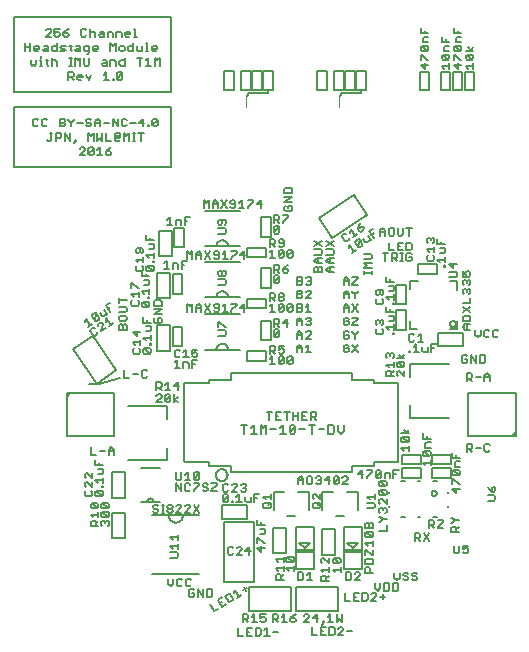
<source format=gto>
G75*
%MOIN*%
%OFA0B0*%
%FSLAX24Y24*%
%IPPOS*%
%LPD*%
%AMOC8*
5,1,8,0,0,1.08239X$1,22.5*
%
%ADD10C,0.0060*%
%ADD11C,0.0000*%
%ADD12C,0.0080*%
%ADD13C,0.0050*%
%ADD14R,0.0600X0.0125*%
D10*
X004200Y007170D02*
X004200Y007300D01*
X004243Y007343D01*
X004330Y007343D01*
X004373Y007300D01*
X004373Y007170D01*
X004373Y007257D02*
X004460Y007343D01*
X004550Y007300D02*
X004593Y007343D01*
X004637Y007343D01*
X004680Y007300D01*
X004723Y007343D01*
X004767Y007343D01*
X004810Y007300D01*
X004810Y007213D01*
X004767Y007170D01*
X004680Y007257D02*
X004680Y007300D01*
X004550Y007300D02*
X004550Y007213D01*
X004593Y007170D01*
X004460Y007170D02*
X004200Y007170D01*
X004287Y007465D02*
X004200Y007551D01*
X004460Y007551D01*
X004460Y007465D02*
X004460Y007638D01*
X004550Y007595D02*
X004593Y007638D01*
X004767Y007465D01*
X004810Y007508D01*
X004810Y007595D01*
X004767Y007638D01*
X004593Y007638D01*
X004550Y007595D02*
X004550Y007508D01*
X004593Y007465D01*
X004767Y007465D01*
X004767Y007759D02*
X004593Y007933D01*
X004767Y007933D01*
X004810Y007889D01*
X004810Y007803D01*
X004767Y007759D01*
X004593Y007759D01*
X004550Y007803D01*
X004550Y007889D01*
X004593Y007933D01*
X004460Y007889D02*
X004460Y007803D01*
X004417Y007759D01*
X004243Y007933D01*
X004417Y007933D01*
X004460Y007889D01*
X004417Y007759D02*
X004243Y007759D01*
X004200Y007803D01*
X004200Y007889D01*
X004243Y007933D01*
X004217Y008170D02*
X004043Y008170D01*
X004000Y008213D01*
X004000Y008300D01*
X004043Y008343D01*
X004043Y008465D02*
X004000Y008508D01*
X004000Y008595D01*
X004043Y008638D01*
X004087Y008638D01*
X004260Y008465D01*
X004260Y008638D01*
X004350Y008699D02*
X004610Y008699D01*
X004610Y008785D02*
X004610Y008612D01*
X004610Y008508D02*
X004567Y008508D01*
X004567Y008465D01*
X004610Y008465D01*
X004610Y008508D01*
X004567Y008343D02*
X004610Y008300D01*
X004610Y008213D01*
X004567Y008170D01*
X004393Y008343D01*
X004567Y008343D01*
X004567Y008170D02*
X004393Y008170D01*
X004350Y008213D01*
X004350Y008300D01*
X004393Y008343D01*
X004260Y008300D02*
X004217Y008343D01*
X004260Y008300D02*
X004260Y008213D01*
X004217Y008170D01*
X004437Y008612D02*
X004350Y008699D01*
X004260Y008759D02*
X004087Y008933D01*
X004043Y008933D01*
X004000Y008889D01*
X004000Y008803D01*
X004043Y008759D01*
X004260Y008759D02*
X004260Y008933D01*
X004437Y008907D02*
X004567Y008907D01*
X004610Y008950D01*
X004610Y009080D01*
X004437Y009080D01*
X004480Y009201D02*
X004480Y009288D01*
X004610Y009201D02*
X004350Y009201D01*
X004350Y009375D01*
X004393Y009530D02*
X004220Y009530D01*
X004220Y009790D01*
X004515Y009660D02*
X004688Y009660D01*
X004809Y009660D02*
X004983Y009660D01*
X004983Y009703D02*
X004983Y009530D01*
X004983Y009703D02*
X004896Y009790D01*
X004809Y009703D01*
X004809Y009530D01*
X005883Y009100D02*
X006497Y009100D01*
X007049Y008970D02*
X007049Y008753D01*
X007092Y008710D01*
X007179Y008710D01*
X007222Y008753D01*
X007222Y008970D01*
X007343Y008883D02*
X007430Y008970D01*
X007430Y008710D01*
X007343Y008710D02*
X007517Y008710D01*
X007473Y008595D02*
X007387Y008595D01*
X007343Y008552D01*
X007343Y008378D01*
X007387Y008335D01*
X007473Y008335D01*
X007517Y008378D01*
X007638Y008378D02*
X007638Y008335D01*
X007638Y008378D02*
X007812Y008552D01*
X007812Y008595D01*
X007638Y008595D01*
X007681Y008710D02*
X007638Y008753D01*
X007812Y008927D01*
X007812Y008753D01*
X007768Y008710D01*
X007681Y008710D01*
X007638Y008753D02*
X007638Y008927D01*
X007681Y008970D01*
X007768Y008970D01*
X007812Y008927D01*
X007976Y008595D02*
X007933Y008552D01*
X007933Y008508D01*
X007976Y008465D01*
X008063Y008465D01*
X008106Y008422D01*
X008106Y008378D01*
X008063Y008335D01*
X007976Y008335D01*
X007933Y008378D01*
X007976Y008595D02*
X008063Y008595D01*
X008106Y008552D01*
X008227Y008595D02*
X008401Y008595D01*
X008401Y008552D01*
X008227Y008378D01*
X008227Y008335D01*
X008401Y008335D01*
X008620Y008363D02*
X008663Y008320D01*
X008750Y008320D01*
X008793Y008363D01*
X008915Y008320D02*
X009088Y008493D01*
X009088Y008537D01*
X009045Y008580D01*
X008958Y008580D01*
X008915Y008537D01*
X008793Y008537D02*
X008750Y008580D01*
X008663Y008580D01*
X008620Y008537D01*
X008620Y008363D01*
X008663Y008230D02*
X008750Y008230D01*
X008793Y008187D01*
X008620Y008013D01*
X008663Y007970D01*
X008750Y007970D01*
X008793Y008013D01*
X008793Y008187D01*
X008663Y008230D02*
X008620Y008187D01*
X008620Y008013D01*
X008915Y008013D02*
X008958Y008013D01*
X008958Y007970D01*
X008915Y007970D01*
X008915Y008013D01*
X009062Y007970D02*
X009235Y007970D01*
X009149Y007970D02*
X009149Y008230D01*
X009062Y008143D01*
X009088Y008320D02*
X008915Y008320D01*
X009209Y008363D02*
X009253Y008320D01*
X009339Y008320D01*
X009383Y008363D01*
X009383Y008407D01*
X009339Y008450D01*
X009296Y008450D01*
X009339Y008450D02*
X009383Y008493D01*
X009383Y008537D01*
X009339Y008580D01*
X009253Y008580D01*
X009209Y008537D01*
X009357Y008143D02*
X009357Y008013D01*
X009400Y007970D01*
X009530Y007970D01*
X009530Y008143D01*
X009651Y008100D02*
X009738Y008100D01*
X009651Y007970D02*
X009651Y008230D01*
X009825Y008230D01*
X009950Y008151D02*
X010210Y008151D01*
X010210Y008065D02*
X010210Y008238D01*
X010037Y008065D02*
X009950Y008151D01*
X009993Y007943D02*
X010167Y007943D01*
X010210Y007900D01*
X010210Y007813D01*
X010167Y007770D01*
X009993Y007770D01*
X009950Y007813D01*
X009950Y007900D01*
X009993Y007943D01*
X010123Y007857D02*
X010210Y007943D01*
X009750Y007377D02*
X009750Y007204D01*
X010010Y007204D01*
X010010Y007083D02*
X009837Y007083D01*
X009880Y007204D02*
X009880Y007291D01*
X010010Y007083D02*
X010010Y006953D01*
X009967Y006909D01*
X009837Y006909D01*
X009793Y006788D02*
X009967Y006615D01*
X010010Y006615D01*
X010010Y006450D02*
X009750Y006450D01*
X009880Y006320D01*
X009880Y006493D01*
X009750Y006615D02*
X009750Y006788D01*
X009793Y006788D01*
X009489Y006480D02*
X009359Y006350D01*
X009533Y006350D01*
X009489Y006220D02*
X009489Y006480D01*
X009238Y006437D02*
X009238Y006393D01*
X009065Y006220D01*
X009238Y006220D01*
X009238Y006437D02*
X009195Y006480D01*
X009108Y006480D01*
X009065Y006437D01*
X008943Y006437D02*
X008900Y006480D01*
X008813Y006480D01*
X008770Y006437D01*
X008770Y006263D01*
X008813Y006220D01*
X008900Y006220D01*
X008943Y006263D01*
X009298Y005151D02*
X009385Y005001D01*
X009267Y005033D02*
X009417Y005120D01*
X009227Y004860D02*
X009076Y004773D01*
X009152Y004816D02*
X009022Y005042D01*
X008990Y004923D01*
X008863Y004900D02*
X008950Y004750D01*
X008934Y004691D01*
X008821Y004626D01*
X008691Y004851D01*
X008804Y004916D01*
X008863Y004900D01*
X008586Y004790D02*
X008436Y004704D01*
X008566Y004478D01*
X008716Y004565D01*
X008576Y004634D02*
X008501Y004591D01*
X008461Y004418D02*
X008311Y004331D01*
X008181Y004556D01*
X008197Y004810D02*
X008241Y004853D01*
X008241Y005027D01*
X008197Y005070D01*
X008067Y005070D01*
X008067Y004810D01*
X008197Y004810D01*
X007946Y004810D02*
X007946Y005070D01*
X007773Y005070D02*
X007773Y004810D01*
X007651Y004853D02*
X007651Y004940D01*
X007565Y004940D01*
X007651Y004853D02*
X007608Y004810D01*
X007521Y004810D01*
X007478Y004853D01*
X007478Y005027D01*
X007521Y005070D01*
X007608Y005070D01*
X007651Y005027D01*
X007773Y005070D02*
X007946Y004810D01*
X007541Y005203D02*
X007497Y005160D01*
X007411Y005160D01*
X007367Y005203D01*
X007367Y005377D01*
X007411Y005420D01*
X007497Y005420D01*
X007541Y005377D01*
X007246Y005377D02*
X007203Y005420D01*
X007116Y005420D01*
X007073Y005377D01*
X007073Y005203D01*
X007116Y005160D01*
X007203Y005160D01*
X007246Y005203D01*
X006951Y005247D02*
X006951Y005420D01*
X006778Y005420D02*
X006778Y005247D01*
X006865Y005160D01*
X006951Y005247D01*
X006253Y005556D02*
X007827Y005556D01*
X007110Y006163D02*
X007110Y006250D01*
X007067Y006293D01*
X006850Y006293D01*
X006937Y006415D02*
X006850Y006501D01*
X007110Y006501D01*
X007110Y006415D02*
X007110Y006588D01*
X007110Y006709D02*
X007110Y006883D01*
X007110Y006796D02*
X006850Y006796D01*
X006937Y006709D01*
X007110Y006163D02*
X007067Y006120D01*
X006850Y006120D01*
X006804Y007524D02*
X006253Y007524D01*
X006313Y007620D02*
X006270Y007663D01*
X006313Y007620D02*
X006400Y007620D01*
X006443Y007663D01*
X006443Y007707D01*
X006400Y007750D01*
X006313Y007750D01*
X006270Y007793D01*
X006270Y007837D01*
X006313Y007880D01*
X006400Y007880D01*
X006443Y007837D01*
X006565Y007880D02*
X006651Y007880D01*
X006608Y007880D02*
X006608Y007620D01*
X006565Y007620D02*
X006651Y007620D01*
X006761Y007663D02*
X006761Y007707D01*
X006804Y007750D01*
X006891Y007750D01*
X006935Y007707D01*
X006935Y007663D01*
X006891Y007620D01*
X006804Y007620D01*
X006761Y007663D01*
X006804Y007750D02*
X006761Y007793D01*
X006761Y007837D01*
X006804Y007880D01*
X006891Y007880D01*
X006935Y007837D01*
X006935Y007793D01*
X006891Y007750D01*
X007056Y007837D02*
X007099Y007880D01*
X007186Y007880D01*
X007229Y007837D01*
X007229Y007793D01*
X007056Y007620D01*
X007229Y007620D01*
X007276Y007524D02*
X006804Y007524D01*
X006806Y007494D01*
X006811Y007465D01*
X006821Y007437D01*
X006833Y007410D01*
X006849Y007385D01*
X006868Y007362D01*
X006890Y007342D01*
X006914Y007325D01*
X006940Y007310D01*
X006967Y007300D01*
X006996Y007292D01*
X007025Y007288D01*
X007055Y007288D01*
X007084Y007292D01*
X007113Y007300D01*
X007140Y007310D01*
X007166Y007325D01*
X007190Y007342D01*
X007212Y007362D01*
X007231Y007385D01*
X007247Y007410D01*
X007259Y007437D01*
X007269Y007465D01*
X007274Y007494D01*
X007276Y007524D01*
X007827Y007524D01*
X007819Y007620D02*
X007645Y007880D01*
X007524Y007837D02*
X007480Y007880D01*
X007394Y007880D01*
X007350Y007837D01*
X007524Y007837D02*
X007524Y007793D01*
X007350Y007620D01*
X007524Y007620D01*
X007645Y007620D02*
X007819Y007880D01*
X007517Y008552D02*
X007473Y008595D01*
X007222Y008595D02*
X007222Y008335D01*
X007049Y008595D01*
X007049Y008335D01*
X006497Y007980D02*
X005883Y007980D01*
X006090Y007990D02*
X006092Y008008D01*
X006097Y008026D01*
X006105Y008043D01*
X006116Y008057D01*
X006130Y008070D01*
X006145Y008080D01*
X006163Y008086D01*
X006181Y008090D01*
X006199Y008090D01*
X006217Y008086D01*
X006235Y008080D01*
X006250Y008070D01*
X006264Y008057D01*
X006275Y008043D01*
X006283Y008026D01*
X006288Y008008D01*
X006290Y007990D01*
X006395Y011299D02*
X006568Y011472D01*
X006568Y011516D01*
X006525Y011559D01*
X006438Y011559D01*
X006395Y011516D01*
X006395Y011699D02*
X006395Y011959D01*
X006525Y011959D01*
X006568Y011916D01*
X006568Y011829D01*
X006525Y011785D01*
X006395Y011785D01*
X006482Y011785D02*
X006568Y011699D01*
X006690Y011699D02*
X006863Y011699D01*
X006776Y011699D02*
X006776Y011959D01*
X006690Y011872D01*
X006733Y011559D02*
X006820Y011559D01*
X006863Y011516D01*
X006690Y011342D01*
X006733Y011299D01*
X006820Y011299D01*
X006863Y011342D01*
X006863Y011516D01*
X006984Y011559D02*
X006984Y011299D01*
X006984Y011385D02*
X007114Y011472D01*
X006984Y011385D02*
X007114Y011299D01*
X007114Y011699D02*
X007114Y011959D01*
X006984Y011829D01*
X007158Y011829D01*
X006733Y011559D02*
X006690Y011516D01*
X006690Y011342D01*
X006568Y011299D02*
X006395Y011299D01*
X006039Y012120D02*
X006083Y012163D01*
X006039Y012120D02*
X005953Y012120D01*
X005909Y012163D01*
X005909Y012337D01*
X005953Y012380D01*
X006039Y012380D01*
X006083Y012337D01*
X005788Y012250D02*
X005615Y012250D01*
X005493Y012120D02*
X005320Y012120D01*
X005320Y012380D01*
X005643Y012920D02*
X005817Y012920D01*
X005860Y012963D01*
X005860Y013050D01*
X005817Y013093D01*
X005860Y013215D02*
X005860Y013388D01*
X005860Y013301D02*
X005600Y013301D01*
X005687Y013215D01*
X005643Y013093D02*
X005600Y013050D01*
X005600Y012963D01*
X005643Y012920D01*
X005950Y012963D02*
X005950Y013050D01*
X005993Y013093D01*
X006167Y012920D01*
X006210Y012963D01*
X006210Y013050D01*
X006167Y013093D01*
X005993Y013093D01*
X005950Y012963D02*
X005993Y012920D01*
X006167Y012920D01*
X006167Y013215D02*
X006167Y013258D01*
X006210Y013258D01*
X006210Y013215D01*
X006167Y013215D01*
X006210Y013362D02*
X006210Y013535D01*
X006210Y013449D02*
X005950Y013449D01*
X006037Y013362D01*
X006037Y013657D02*
X006167Y013657D01*
X006210Y013700D01*
X006210Y013830D01*
X006037Y013830D01*
X006080Y013951D02*
X006080Y014038D01*
X006210Y013951D02*
X005950Y013951D01*
X005950Y014125D01*
X006310Y014058D02*
X006310Y013971D01*
X006353Y013928D01*
X006527Y013928D01*
X006570Y013971D01*
X006570Y014058D01*
X006527Y014102D01*
X006440Y014102D01*
X006440Y014015D01*
X006353Y014102D02*
X006310Y014058D01*
X006310Y014223D02*
X006570Y014396D01*
X006310Y014396D01*
X006310Y014517D02*
X006310Y014647D01*
X006353Y014691D01*
X006527Y014691D01*
X006570Y014647D01*
X006570Y014517D01*
X006310Y014517D01*
X006160Y014513D02*
X006117Y014470D01*
X005943Y014643D01*
X006117Y014643D01*
X006160Y014600D01*
X006160Y014513D01*
X006117Y014470D02*
X005943Y014470D01*
X005900Y014513D01*
X005900Y014600D01*
X005943Y014643D01*
X005810Y014650D02*
X005767Y014693D01*
X005810Y014650D02*
X005810Y014563D01*
X005767Y014520D01*
X005593Y014520D01*
X005550Y014563D01*
X005550Y014650D01*
X005593Y014693D01*
X005637Y014815D02*
X005550Y014901D01*
X005810Y014901D01*
X005810Y014815D02*
X005810Y014988D01*
X005900Y014999D02*
X006160Y014999D01*
X006160Y015085D02*
X006160Y014912D01*
X006160Y014808D02*
X006160Y014765D01*
X006117Y014765D01*
X006117Y014808D01*
X006160Y014808D01*
X005987Y014912D02*
X005900Y014999D01*
X005810Y015109D02*
X005767Y015109D01*
X005593Y015283D01*
X005550Y015283D01*
X005550Y015109D01*
X005400Y014691D02*
X005140Y014691D01*
X005140Y014777D02*
X005140Y014604D01*
X005140Y014483D02*
X005357Y014483D01*
X005400Y014439D01*
X005400Y014353D01*
X005357Y014309D01*
X005140Y014309D01*
X005183Y014188D02*
X005140Y014145D01*
X005140Y014058D01*
X005183Y014015D01*
X005357Y014015D01*
X005400Y014058D01*
X005400Y014145D01*
X005357Y014188D01*
X005183Y014188D01*
X005183Y013893D02*
X005227Y013893D01*
X005270Y013850D01*
X005270Y013720D01*
X005400Y013720D02*
X005400Y013850D01*
X005357Y013893D01*
X005313Y013893D01*
X005270Y013850D01*
X005183Y013893D02*
X005140Y013850D01*
X005140Y013720D01*
X005400Y013720D01*
X005600Y013639D02*
X005730Y013509D01*
X005730Y013683D01*
X005860Y013639D02*
X005600Y013639D01*
X004942Y013923D02*
X004798Y013826D01*
X004870Y013875D02*
X004724Y014090D01*
X004701Y013970D01*
X004600Y013902D02*
X004576Y013938D01*
X004516Y013950D01*
X004444Y013901D01*
X004432Y013841D01*
X004332Y013773D02*
X004272Y013785D01*
X004200Y013737D01*
X004188Y013676D01*
X004285Y013533D01*
X004345Y013521D01*
X004417Y013569D01*
X004429Y013630D01*
X004554Y013661D02*
X004600Y013902D01*
X004697Y013758D02*
X004554Y013661D01*
X004392Y014003D02*
X004332Y014015D01*
X004379Y014256D01*
X004476Y014112D01*
X004464Y014052D01*
X004392Y014003D01*
X004332Y014015D02*
X004235Y014159D01*
X004247Y014219D01*
X004319Y014267D01*
X004379Y014256D01*
X004504Y014288D02*
X004577Y014180D01*
X004637Y014168D01*
X004745Y014241D01*
X004648Y014385D01*
X004772Y014416D02*
X004844Y014465D01*
X004700Y014524D02*
X004843Y014621D01*
X004700Y014524D02*
X004845Y014309D01*
X004256Y013911D02*
X004112Y013814D01*
X004184Y013863D02*
X004039Y014078D01*
X004015Y013958D01*
X005743Y015670D02*
X005917Y015670D01*
X005960Y015713D01*
X005960Y015800D01*
X005917Y015843D01*
X005960Y015965D02*
X005960Y016138D01*
X005960Y016051D02*
X005700Y016051D01*
X005787Y015965D01*
X005743Y015843D02*
X005700Y015800D01*
X005700Y015713D01*
X005743Y015670D01*
X005900Y015675D02*
X005900Y015501D01*
X006160Y015501D01*
X006160Y015380D02*
X005987Y015380D01*
X006030Y015501D02*
X006030Y015588D01*
X006093Y015670D02*
X006050Y015713D01*
X006050Y015800D01*
X006093Y015843D01*
X006267Y015670D01*
X006310Y015713D01*
X006310Y015800D01*
X006267Y015843D01*
X006093Y015843D01*
X006093Y015670D02*
X006267Y015670D01*
X006267Y015965D02*
X006267Y016008D01*
X006310Y016008D01*
X006310Y015965D01*
X006267Y015965D01*
X006310Y016112D02*
X006310Y016285D01*
X006310Y016199D02*
X006050Y016199D01*
X006137Y016112D01*
X005960Y016303D02*
X005960Y016389D01*
X005917Y016433D01*
X005743Y016433D01*
X005700Y016389D01*
X005700Y016303D01*
X005743Y016259D01*
X005787Y016259D01*
X005830Y016303D01*
X005830Y016433D01*
X005960Y016303D02*
X005917Y016259D01*
X006137Y016407D02*
X006267Y016407D01*
X006310Y016450D01*
X006310Y016580D01*
X006137Y016580D01*
X006180Y016701D02*
X006180Y016788D01*
X006310Y016701D02*
X006050Y016701D01*
X006050Y016875D01*
X006750Y017200D02*
X006923Y017200D01*
X006837Y017200D02*
X006837Y017460D01*
X006750Y017373D01*
X007045Y017373D02*
X007175Y017373D01*
X007218Y017330D01*
X007218Y017200D01*
X007339Y017200D02*
X007339Y017460D01*
X007513Y017460D01*
X007426Y017330D02*
X007339Y017330D01*
X007045Y017373D02*
X007045Y017200D01*
X007420Y016330D02*
X007507Y016243D01*
X007593Y016330D01*
X007593Y016070D01*
X007715Y016070D02*
X007715Y016243D01*
X007801Y016330D01*
X007888Y016243D01*
X007888Y016070D01*
X008009Y016070D02*
X008183Y016330D01*
X008304Y016287D02*
X008304Y016243D01*
X008347Y016200D01*
X008477Y016200D01*
X008477Y016113D02*
X008477Y016287D01*
X008434Y016330D01*
X008347Y016330D01*
X008304Y016287D01*
X008304Y016113D02*
X008347Y016070D01*
X008434Y016070D01*
X008477Y016113D01*
X008599Y016070D02*
X008772Y016070D01*
X008685Y016070D02*
X008685Y016330D01*
X008599Y016243D01*
X008787Y016499D02*
X008785Y016526D01*
X008780Y016552D01*
X008771Y016577D01*
X008758Y016601D01*
X008743Y016623D01*
X008724Y016643D01*
X008704Y016660D01*
X008681Y016674D01*
X008656Y016685D01*
X008630Y016692D01*
X008603Y016696D01*
X008577Y016696D01*
X008550Y016692D01*
X008524Y016685D01*
X008499Y016674D01*
X008476Y016660D01*
X008456Y016643D01*
X008437Y016623D01*
X008422Y016601D01*
X008409Y016577D01*
X008400Y016552D01*
X008395Y016526D01*
X008393Y016499D01*
X008787Y016499D01*
X009181Y016499D01*
X009067Y016330D02*
X009067Y016287D01*
X008893Y016113D01*
X008893Y016070D01*
X008893Y016330D02*
X009067Y016330D01*
X009188Y016200D02*
X009361Y016200D01*
X009318Y016070D02*
X009318Y016330D01*
X009188Y016200D01*
X009181Y015981D02*
X007999Y015981D01*
X008183Y016070D02*
X008009Y016330D01*
X007999Y016499D02*
X008393Y016499D01*
X008450Y016920D02*
X008667Y016920D01*
X008710Y016963D01*
X008710Y017050D01*
X008667Y017093D01*
X008450Y017093D01*
X008493Y017215D02*
X008537Y017215D01*
X008580Y017258D01*
X008580Y017388D01*
X008667Y017388D02*
X008493Y017388D01*
X008450Y017345D01*
X008450Y017258D01*
X008493Y017215D01*
X008667Y017215D02*
X008710Y017258D01*
X008710Y017345D01*
X008667Y017388D01*
X008733Y017770D02*
X008559Y018030D01*
X008438Y017943D02*
X008438Y017770D01*
X008559Y017770D02*
X008733Y018030D01*
X008854Y017987D02*
X008854Y017943D01*
X008897Y017900D01*
X009027Y017900D01*
X009027Y017813D02*
X009027Y017987D01*
X008984Y018030D01*
X008897Y018030D01*
X008854Y017987D01*
X008854Y017813D02*
X008897Y017770D01*
X008984Y017770D01*
X009027Y017813D01*
X009149Y017770D02*
X009322Y017770D01*
X009235Y017770D02*
X009235Y018030D01*
X009149Y017943D01*
X009181Y017681D02*
X007999Y017681D01*
X007970Y017770D02*
X007970Y018030D01*
X008057Y017943D01*
X008143Y018030D01*
X008143Y017770D01*
X008265Y017770D02*
X008265Y017943D01*
X008351Y018030D01*
X008438Y017943D01*
X008438Y017900D02*
X008265Y017900D01*
X009443Y017813D02*
X009443Y017770D01*
X009443Y017813D02*
X009617Y017987D01*
X009617Y018030D01*
X009443Y018030D01*
X009738Y017900D02*
X009911Y017900D01*
X009868Y017770D02*
X009868Y018030D01*
X009738Y017900D01*
X010320Y017530D02*
X010320Y017270D01*
X010320Y017357D02*
X010450Y017357D01*
X010493Y017400D01*
X010493Y017487D01*
X010450Y017530D01*
X010320Y017530D01*
X010407Y017357D02*
X010493Y017270D01*
X010450Y017180D02*
X010493Y017137D01*
X010320Y016963D01*
X010363Y016920D01*
X010450Y016920D01*
X010493Y016963D01*
X010493Y017137D01*
X010450Y017180D02*
X010363Y017180D01*
X010320Y017137D01*
X010320Y016963D01*
X010300Y016730D02*
X010170Y016730D01*
X010170Y016470D01*
X010170Y016557D02*
X010300Y016557D01*
X010343Y016600D01*
X010343Y016687D01*
X010300Y016730D01*
X010465Y016687D02*
X010465Y016643D01*
X010508Y016600D01*
X010638Y016600D01*
X010638Y016513D02*
X010638Y016687D01*
X010595Y016730D01*
X010508Y016730D01*
X010465Y016687D01*
X010465Y016513D02*
X010508Y016470D01*
X010595Y016470D01*
X010638Y016513D01*
X010595Y016380D02*
X010638Y016337D01*
X010465Y016163D01*
X010508Y016120D01*
X010595Y016120D01*
X010638Y016163D01*
X010638Y016337D01*
X010595Y016380D02*
X010508Y016380D01*
X010465Y016337D01*
X010465Y016163D01*
X010343Y016120D02*
X010170Y016120D01*
X010257Y016120D02*
X010257Y016380D01*
X010170Y016293D01*
X010343Y016470D02*
X010257Y016557D01*
X010759Y016337D02*
X010759Y016163D01*
X010933Y016337D01*
X010933Y016163D01*
X010889Y016120D01*
X010803Y016120D01*
X010759Y016163D01*
X010759Y016337D02*
X010803Y016380D01*
X010889Y016380D01*
X010933Y016337D01*
X010788Y015880D02*
X010701Y015837D01*
X010615Y015750D01*
X010745Y015750D01*
X010788Y015707D01*
X010788Y015663D01*
X010745Y015620D01*
X010658Y015620D01*
X010615Y015663D01*
X010615Y015750D01*
X010493Y015750D02*
X010450Y015707D01*
X010320Y015707D01*
X010407Y015707D02*
X010493Y015620D01*
X010450Y015530D02*
X010493Y015487D01*
X010320Y015313D01*
X010363Y015270D01*
X010450Y015270D01*
X010493Y015313D01*
X010493Y015487D01*
X010450Y015530D02*
X010363Y015530D01*
X010320Y015487D01*
X010320Y015313D01*
X010320Y015620D02*
X010320Y015880D01*
X010450Y015880D01*
X010493Y015837D01*
X010493Y015750D01*
X011075Y015470D02*
X011075Y015210D01*
X011205Y015210D01*
X011249Y015253D01*
X011249Y015297D01*
X011205Y015340D01*
X011075Y015340D01*
X011075Y015470D02*
X011205Y015470D01*
X011249Y015427D01*
X011249Y015383D01*
X011205Y015340D01*
X011370Y015253D02*
X011413Y015210D01*
X011500Y015210D01*
X011543Y015253D01*
X011543Y015297D01*
X011500Y015340D01*
X011457Y015340D01*
X011500Y015340D02*
X011543Y015383D01*
X011543Y015427D01*
X011500Y015470D01*
X011413Y015470D01*
X011370Y015427D01*
X011660Y015631D02*
X011660Y015761D01*
X011703Y015804D01*
X011747Y015804D01*
X011790Y015761D01*
X011790Y015631D01*
X011790Y015761D02*
X011833Y015804D01*
X011877Y015804D01*
X011920Y015761D01*
X011920Y015631D01*
X011660Y015631D01*
X011747Y015925D02*
X011660Y016012D01*
X011747Y016099D01*
X011920Y016099D01*
X011877Y016220D02*
X011920Y016263D01*
X011920Y016350D01*
X011877Y016393D01*
X011660Y016393D01*
X011660Y016515D02*
X011920Y016688D01*
X012060Y016688D02*
X012320Y016515D01*
X012277Y016393D02*
X012060Y016393D01*
X012060Y016515D02*
X012320Y016688D01*
X012577Y016811D02*
X012589Y016872D01*
X012660Y016920D01*
X012721Y016908D01*
X012845Y016940D02*
X012869Y017061D01*
X013014Y016845D01*
X013086Y016893D02*
X012942Y016796D01*
X012818Y016765D02*
X012806Y016704D01*
X012734Y016656D01*
X012674Y016668D01*
X012577Y016811D01*
X012824Y016546D02*
X012970Y016330D01*
X012898Y016282D02*
X013042Y016379D01*
X013118Y016482D02*
X013021Y016626D01*
X013033Y016686D01*
X013105Y016735D01*
X013165Y016723D01*
X013118Y016482D01*
X013178Y016471D01*
X013250Y016519D01*
X013262Y016579D01*
X013165Y016723D01*
X013290Y016755D02*
X013362Y016647D01*
X013423Y016635D01*
X013530Y016708D01*
X013433Y016852D01*
X013558Y016884D02*
X013630Y016932D01*
X013631Y016776D02*
X013485Y016992D01*
X013629Y017089D01*
X013841Y017023D02*
X013841Y016850D01*
X013841Y016980D02*
X014015Y016980D01*
X014015Y017023D02*
X014015Y016850D01*
X014136Y016893D02*
X014179Y016850D01*
X014266Y016850D01*
X014310Y016893D01*
X014310Y017067D01*
X014266Y017110D01*
X014179Y017110D01*
X014136Y017067D01*
X014136Y016893D01*
X014015Y017023D02*
X013928Y017110D01*
X013841Y017023D01*
X014136Y016620D02*
X014136Y016360D01*
X014310Y016360D01*
X014364Y016270D02*
X014408Y016227D01*
X014408Y016140D01*
X014364Y016097D01*
X014234Y016097D01*
X014321Y016097D02*
X014408Y016010D01*
X014529Y016010D02*
X014616Y016010D01*
X014572Y016010D02*
X014572Y016270D01*
X014529Y016270D02*
X014616Y016270D01*
X014604Y016360D02*
X014431Y016360D01*
X014431Y016620D01*
X014604Y016620D01*
X014725Y016620D02*
X014855Y016620D01*
X014899Y016577D01*
X014899Y016403D01*
X014855Y016360D01*
X014725Y016360D01*
X014725Y016620D01*
X014517Y016490D02*
X014431Y016490D01*
X014364Y016270D02*
X014234Y016270D01*
X014234Y016010D01*
X014026Y016010D02*
X014026Y016270D01*
X013940Y016270D02*
X014113Y016270D01*
X013570Y016198D02*
X013527Y016242D01*
X013310Y016242D01*
X013310Y016068D02*
X013527Y016068D01*
X013570Y016112D01*
X013570Y016198D01*
X013570Y015947D02*
X013310Y015947D01*
X013397Y015860D01*
X013310Y015774D01*
X013570Y015774D01*
X013570Y015664D02*
X013570Y015577D01*
X013570Y015621D02*
X013310Y015621D01*
X013310Y015664D02*
X013310Y015577D01*
X013099Y015470D02*
X013099Y015427D01*
X012925Y015253D01*
X012925Y015210D01*
X013099Y015210D01*
X013099Y015020D02*
X013099Y014977D01*
X013012Y014890D01*
X013012Y014760D01*
X013012Y014890D02*
X012925Y014977D01*
X012925Y015020D01*
X012804Y014933D02*
X012804Y014760D01*
X012804Y014890D02*
X012631Y014890D01*
X012631Y014933D02*
X012717Y015020D01*
X012804Y014933D01*
X012631Y014933D02*
X012631Y014760D01*
X012717Y014570D02*
X012631Y014483D01*
X012631Y014310D01*
X012631Y014440D02*
X012804Y014440D01*
X012804Y014483D02*
X012804Y014310D01*
X012925Y014310D02*
X013099Y014570D01*
X012925Y014570D02*
X013099Y014310D01*
X013099Y014120D02*
X012925Y014120D01*
X012804Y014077D02*
X012761Y014120D01*
X012674Y014120D01*
X012631Y014077D01*
X012631Y013903D01*
X012674Y013860D01*
X012761Y013860D01*
X012804Y013903D01*
X012804Y013990D01*
X012717Y013990D01*
X012925Y013903D02*
X012925Y013860D01*
X013099Y013860D01*
X012925Y013903D02*
X013099Y014077D01*
X013099Y014120D01*
X013099Y013670D02*
X013099Y013627D01*
X013012Y013540D01*
X013012Y013410D01*
X013012Y013540D02*
X012925Y013627D01*
X012925Y013670D01*
X012804Y013627D02*
X012761Y013670D01*
X012674Y013670D01*
X012631Y013627D01*
X012631Y013453D01*
X012674Y013410D01*
X012761Y013410D01*
X012804Y013453D01*
X012804Y013540D01*
X012717Y013540D01*
X012674Y013220D02*
X012631Y013177D01*
X012631Y013003D01*
X012674Y012960D01*
X012761Y012960D01*
X012804Y013003D01*
X012804Y013090D01*
X012717Y013090D01*
X012804Y013177D02*
X012761Y013220D01*
X012674Y013220D01*
X012925Y013220D02*
X013099Y012960D01*
X012925Y012960D02*
X013099Y013220D01*
X013700Y013613D02*
X013700Y013700D01*
X013743Y013743D01*
X013743Y013865D02*
X013700Y013908D01*
X013700Y013995D01*
X013743Y014038D01*
X013787Y014038D01*
X013830Y013995D01*
X013873Y014038D01*
X013917Y014038D01*
X013960Y013995D01*
X013960Y013908D01*
X013917Y013865D01*
X013917Y013743D02*
X013960Y013700D01*
X013960Y013613D01*
X013917Y013570D01*
X013743Y013570D01*
X013700Y013613D01*
X013830Y013951D02*
X013830Y013995D01*
X014050Y013804D02*
X014310Y013804D01*
X014310Y013717D02*
X014310Y013891D01*
X014267Y014012D02*
X014137Y014012D01*
X014267Y014012D02*
X014310Y014055D01*
X014310Y014185D01*
X014137Y014185D01*
X014180Y014307D02*
X014180Y014393D01*
X014310Y014307D02*
X014050Y014307D01*
X014050Y014480D01*
X013960Y014613D02*
X013960Y014700D01*
X013917Y014743D01*
X013917Y014865D02*
X013960Y014908D01*
X013960Y014995D01*
X013917Y015038D01*
X013743Y015038D01*
X013700Y014995D01*
X013700Y014908D01*
X013743Y014865D01*
X013787Y014865D01*
X013830Y014908D01*
X013830Y015038D01*
X013743Y014743D02*
X013700Y014700D01*
X013700Y014613D01*
X013743Y014570D01*
X013917Y014570D01*
X013960Y014613D01*
X014137Y014717D02*
X014050Y014804D01*
X014310Y014804D01*
X014310Y014717D02*
X014310Y014891D01*
X014267Y015012D02*
X014137Y015012D01*
X014267Y015012D02*
X014310Y015055D01*
X014310Y015185D01*
X014137Y015185D01*
X014180Y015307D02*
X014180Y015393D01*
X014310Y015307D02*
X014050Y015307D01*
X014050Y015480D01*
X014725Y016053D02*
X014725Y016227D01*
X014769Y016270D01*
X014855Y016270D01*
X014899Y016227D01*
X014899Y016140D02*
X014812Y016140D01*
X014899Y016140D02*
X014899Y016053D01*
X014855Y016010D01*
X014769Y016010D01*
X014725Y016053D01*
X014853Y015327D02*
X015126Y015327D01*
X014853Y015327D02*
X014853Y015074D01*
X014310Y014613D02*
X014310Y014570D01*
X014267Y014570D01*
X014267Y014613D01*
X014310Y014613D01*
X014853Y014016D02*
X014853Y013753D01*
X015096Y013753D01*
X015201Y013580D02*
X015201Y013320D01*
X015115Y013320D02*
X015288Y013320D01*
X015262Y013143D02*
X015262Y013013D01*
X015305Y012970D01*
X015435Y012970D01*
X015435Y013143D01*
X015557Y013100D02*
X015643Y013100D01*
X015557Y012970D02*
X015557Y013230D01*
X015730Y013230D01*
X016164Y013753D02*
X016427Y013753D01*
X016427Y014006D01*
X016600Y014015D02*
X016600Y014145D01*
X016643Y014188D01*
X016817Y014188D01*
X016860Y014145D01*
X016860Y014015D01*
X016600Y014015D01*
X016687Y013893D02*
X016860Y013893D01*
X016730Y013893D02*
X016730Y013720D01*
X016687Y013720D02*
X016600Y013807D01*
X016687Y013893D01*
X016687Y013720D02*
X016860Y013720D01*
X017028Y013720D02*
X017028Y013547D01*
X017115Y013460D01*
X017201Y013547D01*
X017201Y013720D01*
X017323Y013677D02*
X017323Y013503D01*
X017366Y013460D01*
X017453Y013460D01*
X017496Y013503D01*
X017617Y013503D02*
X017661Y013460D01*
X017747Y013460D01*
X017791Y013503D01*
X017617Y013503D02*
X017617Y013677D01*
X017661Y013720D01*
X017747Y013720D01*
X017791Y013677D01*
X017496Y013677D02*
X017453Y013720D01*
X017366Y013720D01*
X017323Y013677D01*
X016860Y014309D02*
X016600Y014483D01*
X016600Y014604D02*
X016860Y014604D01*
X016860Y014777D01*
X016817Y014899D02*
X016860Y014942D01*
X016860Y015029D01*
X016817Y015072D01*
X016773Y015072D01*
X016730Y015029D01*
X016730Y014985D01*
X016730Y015029D02*
X016687Y015072D01*
X016643Y015072D01*
X016600Y015029D01*
X016600Y014942D01*
X016643Y014899D01*
X016427Y015054D02*
X016427Y015327D01*
X016174Y015327D01*
X016150Y015470D02*
X016367Y015470D01*
X016410Y015513D01*
X016410Y015600D01*
X016367Y015643D01*
X016150Y015643D01*
X016280Y015765D02*
X016280Y015938D01*
X016410Y015895D02*
X016150Y015895D01*
X016280Y015765D01*
X016010Y015820D02*
X016010Y015863D01*
X015967Y015863D01*
X015967Y015820D01*
X016010Y015820D01*
X016010Y015967D02*
X016010Y016141D01*
X016010Y016054D02*
X015750Y016054D01*
X015837Y015967D01*
X015660Y016063D02*
X015660Y016150D01*
X015617Y016193D01*
X015660Y016315D02*
X015660Y016488D01*
X015660Y016401D02*
X015400Y016401D01*
X015487Y016315D01*
X015443Y016193D02*
X015400Y016150D01*
X015400Y016063D01*
X015443Y016020D01*
X015617Y016020D01*
X015660Y016063D01*
X015837Y016262D02*
X015967Y016262D01*
X016010Y016305D01*
X016010Y016435D01*
X015837Y016435D01*
X015880Y016557D02*
X015880Y016643D01*
X016010Y016557D02*
X015750Y016557D01*
X015750Y016730D01*
X015660Y016739D02*
X015660Y016653D01*
X015617Y016609D01*
X015530Y016696D02*
X015530Y016739D01*
X015573Y016783D01*
X015617Y016783D01*
X015660Y016739D01*
X015530Y016739D02*
X015487Y016783D01*
X015443Y016783D01*
X015400Y016739D01*
X015400Y016653D01*
X015443Y016609D01*
X014812Y016850D02*
X014812Y017110D01*
X014725Y017110D02*
X014899Y017110D01*
X014604Y017110D02*
X014604Y016893D01*
X014561Y016850D01*
X014474Y016850D01*
X014431Y016893D01*
X014431Y017110D01*
X013306Y017094D02*
X013282Y017130D01*
X013222Y017142D01*
X013114Y017069D01*
X013162Y016997D01*
X013223Y016985D01*
X013295Y017034D01*
X013306Y017094D01*
X013137Y017189D02*
X013114Y017069D01*
X013137Y017189D02*
X013185Y017274D01*
X012824Y016546D02*
X012801Y016425D01*
X012320Y016350D02*
X012320Y016263D01*
X012277Y016220D01*
X012060Y016220D01*
X012147Y016099D02*
X012320Y016099D01*
X012190Y016099D02*
X012190Y015925D01*
X012147Y015925D02*
X012060Y016012D01*
X012147Y016099D01*
X012147Y015925D02*
X012320Y015925D01*
X012320Y015804D02*
X012147Y015804D01*
X012060Y015717D01*
X012147Y015631D01*
X012320Y015631D01*
X012190Y015631D02*
X012190Y015804D01*
X011920Y015925D02*
X011747Y015925D01*
X011790Y015925D02*
X011790Y016099D01*
X011877Y016220D02*
X011660Y016220D01*
X011920Y016515D02*
X011660Y016688D01*
X012277Y016393D02*
X012320Y016350D01*
X012717Y015470D02*
X012631Y015383D01*
X012631Y015210D01*
X012631Y015340D02*
X012804Y015340D01*
X012804Y015383D02*
X012804Y015210D01*
X012804Y015383D02*
X012717Y015470D01*
X012925Y015470D02*
X013099Y015470D01*
X012717Y014570D02*
X012804Y014483D01*
X011543Y014310D02*
X011370Y014310D01*
X011457Y014310D02*
X011457Y014570D01*
X011370Y014483D01*
X011249Y014483D02*
X011205Y014440D01*
X011075Y014440D01*
X011075Y014310D02*
X011205Y014310D01*
X011249Y014353D01*
X011249Y014397D01*
X011205Y014440D01*
X011249Y014483D02*
X011249Y014527D01*
X011205Y014570D01*
X011075Y014570D01*
X011075Y014310D01*
X010933Y014363D02*
X010889Y014320D01*
X010803Y014320D01*
X010759Y014363D01*
X010933Y014537D01*
X010933Y014363D01*
X010759Y014363D02*
X010759Y014537D01*
X010803Y014580D01*
X010889Y014580D01*
X010933Y014537D01*
X011075Y014760D02*
X011205Y014760D01*
X011249Y014803D01*
X011249Y014847D01*
X011205Y014890D01*
X011075Y014890D01*
X011075Y014760D02*
X011075Y015020D01*
X011205Y015020D01*
X011249Y014977D01*
X011249Y014933D01*
X011205Y014890D01*
X011370Y014977D02*
X011413Y015020D01*
X011500Y015020D01*
X011543Y014977D01*
X011543Y014933D01*
X011370Y014760D01*
X011543Y014760D01*
X011500Y014120D02*
X011543Y014077D01*
X011543Y014033D01*
X011500Y013990D01*
X011543Y013947D01*
X011543Y013903D01*
X011500Y013860D01*
X011413Y013860D01*
X011370Y013903D01*
X011457Y013990D02*
X011500Y013990D01*
X011500Y014120D02*
X011413Y014120D01*
X011370Y014077D01*
X011249Y014033D02*
X011249Y013860D01*
X011249Y013990D02*
X011075Y013990D01*
X011075Y014033D02*
X011162Y014120D01*
X011249Y014033D01*
X011075Y014033D02*
X011075Y013860D01*
X011162Y013670D02*
X011075Y013583D01*
X011075Y013410D01*
X011075Y013540D02*
X011249Y013540D01*
X011249Y013583D02*
X011249Y013410D01*
X011370Y013410D02*
X011543Y013583D01*
X011543Y013627D01*
X011500Y013670D01*
X011413Y013670D01*
X011370Y013627D01*
X011249Y013583D02*
X011162Y013670D01*
X011370Y013410D02*
X011543Y013410D01*
X011457Y013220D02*
X011457Y012960D01*
X011543Y012960D02*
X011370Y012960D01*
X011249Y012960D02*
X011249Y013133D01*
X011162Y013220D01*
X011075Y013133D01*
X011075Y012960D01*
X011075Y013090D02*
X011249Y013090D01*
X011370Y013133D02*
X011457Y013220D01*
X010933Y012787D02*
X010759Y012613D01*
X010803Y012570D01*
X010889Y012570D01*
X010933Y012613D01*
X010933Y012787D01*
X010889Y012830D01*
X010803Y012830D01*
X010759Y012787D01*
X010759Y012613D01*
X010638Y012613D02*
X010595Y012570D01*
X010508Y012570D01*
X010465Y012613D01*
X010638Y012787D01*
X010638Y012613D01*
X010465Y012613D02*
X010465Y012787D01*
X010508Y012830D01*
X010595Y012830D01*
X010638Y012787D01*
X010595Y012920D02*
X010508Y012920D01*
X010465Y012963D01*
X010465Y013050D02*
X010551Y013093D01*
X010595Y013093D01*
X010638Y013050D01*
X010638Y012963D01*
X010595Y012920D01*
X010465Y013050D02*
X010465Y013180D01*
X010638Y013180D01*
X010343Y013137D02*
X010343Y013050D01*
X010300Y013007D01*
X010170Y013007D01*
X010257Y013007D02*
X010343Y012920D01*
X010257Y012830D02*
X010170Y012743D01*
X010257Y012830D02*
X010257Y012570D01*
X010343Y012570D02*
X010170Y012570D01*
X010170Y012920D02*
X010170Y013180D01*
X010300Y013180D01*
X010343Y013137D01*
X010363Y013470D02*
X010320Y013513D01*
X010493Y013687D01*
X010493Y013513D01*
X010450Y013470D01*
X010363Y013470D01*
X010320Y013513D02*
X010320Y013687D01*
X010363Y013730D01*
X010450Y013730D01*
X010493Y013687D01*
X010493Y013820D02*
X010407Y013907D01*
X010450Y013907D02*
X010320Y013907D01*
X010320Y013820D02*
X010320Y014080D01*
X010450Y014080D01*
X010493Y014037D01*
X010493Y013950D01*
X010450Y013907D01*
X010615Y013950D02*
X010788Y013950D01*
X010745Y013820D02*
X010745Y014080D01*
X010615Y013950D01*
X010595Y014320D02*
X010508Y014320D01*
X010465Y014363D01*
X010638Y014537D01*
X010638Y014363D01*
X010595Y014320D01*
X010465Y014363D02*
X010465Y014537D01*
X010508Y014580D01*
X010595Y014580D01*
X010638Y014537D01*
X010595Y014670D02*
X010508Y014670D01*
X010465Y014713D01*
X010465Y014757D01*
X010508Y014800D01*
X010595Y014800D01*
X010638Y014757D01*
X010638Y014713D01*
X010595Y014670D01*
X010595Y014800D02*
X010638Y014843D01*
X010638Y014887D01*
X010595Y014930D01*
X010508Y014930D01*
X010465Y014887D01*
X010465Y014843D01*
X010508Y014800D01*
X010343Y014800D02*
X010300Y014757D01*
X010170Y014757D01*
X010257Y014757D02*
X010343Y014670D01*
X010257Y014580D02*
X010257Y014320D01*
X010343Y014320D02*
X010170Y014320D01*
X010170Y014493D02*
X010257Y014580D01*
X010170Y014670D02*
X010170Y014930D01*
X010300Y014930D01*
X010343Y014887D01*
X010343Y014800D01*
X009361Y014450D02*
X009188Y014450D01*
X009318Y014580D01*
X009318Y014320D01*
X009181Y014231D02*
X007999Y014231D01*
X008009Y014320D02*
X008183Y014580D01*
X008304Y014537D02*
X008304Y014493D01*
X008347Y014450D01*
X008477Y014450D01*
X008477Y014363D02*
X008477Y014537D01*
X008434Y014580D01*
X008347Y014580D01*
X008304Y014537D01*
X008304Y014363D02*
X008347Y014320D01*
X008434Y014320D01*
X008477Y014363D01*
X008599Y014320D02*
X008772Y014320D01*
X008685Y014320D02*
X008685Y014580D01*
X008599Y014493D01*
X008787Y014799D02*
X008785Y014826D01*
X008780Y014852D01*
X008771Y014877D01*
X008758Y014901D01*
X008743Y014923D01*
X008724Y014943D01*
X008704Y014960D01*
X008681Y014974D01*
X008656Y014985D01*
X008630Y014992D01*
X008603Y014996D01*
X008577Y014996D01*
X008550Y014992D01*
X008524Y014985D01*
X008499Y014974D01*
X008476Y014960D01*
X008456Y014943D01*
X008437Y014923D01*
X008422Y014901D01*
X008409Y014877D01*
X008400Y014852D01*
X008395Y014826D01*
X008393Y014799D01*
X008787Y014799D01*
X009181Y014799D01*
X009067Y014580D02*
X009067Y014537D01*
X008893Y014363D01*
X008893Y014320D01*
X008893Y014580D02*
X009067Y014580D01*
X008667Y015220D02*
X008710Y015263D01*
X008710Y015350D01*
X008667Y015393D01*
X008450Y015393D01*
X008493Y015515D02*
X008537Y015515D01*
X008580Y015558D01*
X008580Y015645D01*
X008623Y015688D01*
X008667Y015688D01*
X008710Y015645D01*
X008710Y015558D01*
X008667Y015515D01*
X008623Y015515D01*
X008580Y015558D01*
X008580Y015645D02*
X008537Y015688D01*
X008493Y015688D01*
X008450Y015645D01*
X008450Y015558D01*
X008493Y015515D01*
X008450Y015220D02*
X008667Y015220D01*
X008393Y014799D02*
X007999Y014799D01*
X008009Y014580D02*
X008183Y014320D01*
X007888Y014320D02*
X007888Y014493D01*
X007801Y014580D01*
X007715Y014493D01*
X007715Y014320D01*
X007593Y014320D02*
X007593Y014580D01*
X007507Y014493D01*
X007420Y014580D01*
X007420Y014320D01*
X007715Y014450D02*
X007888Y014450D01*
X008450Y013988D02*
X008450Y013815D01*
X008450Y013693D02*
X008667Y013693D01*
X008710Y013650D01*
X008710Y013563D01*
X008667Y013520D01*
X008450Y013520D01*
X008667Y013815D02*
X008710Y013815D01*
X008667Y013815D02*
X008493Y013988D01*
X008450Y013988D01*
X008393Y013049D02*
X007999Y013049D01*
X007763Y013050D02*
X007589Y013050D01*
X007589Y012920D01*
X007676Y012963D01*
X007719Y012963D01*
X007763Y012920D01*
X007763Y012833D01*
X007719Y012790D01*
X007633Y012790D01*
X007589Y012833D01*
X007589Y012710D02*
X007763Y012710D01*
X007676Y012580D02*
X007589Y012580D01*
X007468Y012580D02*
X007468Y012450D01*
X007589Y012450D02*
X007589Y012710D01*
X007468Y012790D02*
X007295Y012790D01*
X007381Y012790D02*
X007381Y013050D01*
X007295Y012963D01*
X007173Y013007D02*
X007130Y013050D01*
X007043Y013050D01*
X007000Y013007D01*
X007000Y012833D01*
X007043Y012790D01*
X007130Y012790D01*
X007173Y012833D01*
X007087Y012710D02*
X007087Y012450D01*
X007173Y012450D02*
X007000Y012450D01*
X007000Y012623D02*
X007087Y012710D01*
X007295Y012623D02*
X007295Y012450D01*
X007295Y012623D02*
X007425Y012623D01*
X007468Y012580D01*
X008393Y013049D02*
X008787Y013049D01*
X009181Y013049D01*
X008787Y013049D02*
X008785Y013076D01*
X008780Y013102D01*
X008771Y013127D01*
X008758Y013151D01*
X008743Y013173D01*
X008724Y013193D01*
X008704Y013210D01*
X008681Y013224D01*
X008656Y013235D01*
X008630Y013242D01*
X008603Y013246D01*
X008577Y013246D01*
X008550Y013242D01*
X008524Y013235D01*
X008499Y013224D01*
X008476Y013210D01*
X008456Y013193D01*
X008437Y013173D01*
X008422Y013151D01*
X008409Y013127D01*
X008400Y013102D01*
X008395Y013076D01*
X008393Y013049D01*
X006570Y014223D02*
X006310Y014223D01*
X006117Y015207D02*
X005987Y015207D01*
X006117Y015207D02*
X006160Y015250D01*
X006160Y015380D01*
X006650Y015750D02*
X006823Y015750D01*
X006737Y015750D02*
X006737Y016010D01*
X006650Y015923D01*
X006945Y015923D02*
X006945Y015750D01*
X007118Y015750D02*
X007118Y015880D01*
X007075Y015923D01*
X006945Y015923D01*
X007239Y015880D02*
X007326Y015880D01*
X007239Y015750D02*
X007239Y016010D01*
X007413Y016010D01*
X007420Y016070D02*
X007420Y016330D01*
X007715Y016200D02*
X007888Y016200D01*
X010615Y017270D02*
X010615Y017313D01*
X010788Y017487D01*
X010788Y017530D01*
X010615Y017530D01*
X010703Y017678D02*
X010660Y017721D01*
X010660Y017808D01*
X010703Y017852D01*
X010790Y017852D02*
X010790Y017765D01*
X010790Y017852D02*
X010877Y017852D01*
X010920Y017808D01*
X010920Y017721D01*
X010877Y017678D01*
X010703Y017678D01*
X010660Y017973D02*
X010920Y018146D01*
X010660Y018146D01*
X010660Y018267D02*
X010660Y018397D01*
X010703Y018441D01*
X010877Y018441D01*
X010920Y018397D01*
X010920Y018267D01*
X010660Y018267D01*
X010660Y017973D02*
X010920Y017973D01*
X010115Y021597D02*
X009515Y021597D01*
X009505Y021597D02*
X009495Y021597D01*
X009405Y021507D01*
X010115Y021597D02*
X010115Y021697D01*
X012505Y021507D02*
X012595Y021597D01*
X012605Y021597D01*
X012615Y021597D02*
X013215Y021597D01*
X013215Y021697D01*
X015190Y021690D02*
X015490Y021690D01*
X015490Y022290D01*
X015190Y022290D01*
X015190Y021690D01*
X015890Y021690D02*
X015890Y022290D01*
X016190Y022290D01*
X016190Y021690D01*
X015890Y021690D01*
X016290Y021690D02*
X016590Y021690D01*
X016590Y022290D01*
X016290Y022290D01*
X016290Y021690D01*
X016690Y021690D02*
X016990Y021690D01*
X016990Y022290D01*
X016690Y022290D01*
X016690Y021690D01*
X016787Y022420D02*
X016700Y022507D01*
X016960Y022507D01*
X016960Y022593D02*
X016960Y022420D01*
X016917Y022715D02*
X016743Y022715D01*
X016700Y022758D01*
X016700Y022845D01*
X016743Y022888D01*
X016917Y022715D01*
X016960Y022758D01*
X016960Y022845D01*
X016917Y022888D01*
X016743Y022888D01*
X016700Y023009D02*
X016960Y023009D01*
X016873Y023009D02*
X016787Y023139D01*
X016873Y023009D02*
X016960Y023139D01*
X016560Y023139D02*
X016560Y023053D01*
X016517Y023009D01*
X016343Y023183D01*
X016517Y023183D01*
X016560Y023139D01*
X016517Y023009D02*
X016343Y023009D01*
X016300Y023053D01*
X016300Y023139D01*
X016343Y023183D01*
X016387Y023304D02*
X016387Y023434D01*
X016430Y023477D01*
X016560Y023477D01*
X016560Y023599D02*
X016300Y023599D01*
X016300Y023772D01*
X016430Y023685D02*
X016430Y023599D01*
X016387Y023304D02*
X016560Y023304D01*
X016160Y023304D02*
X015900Y023304D01*
X015900Y023477D01*
X016030Y023391D02*
X016030Y023304D01*
X016030Y023183D02*
X016160Y023183D01*
X016030Y023183D02*
X015987Y023139D01*
X015987Y023009D01*
X016160Y023009D01*
X016117Y022888D02*
X016160Y022845D01*
X016160Y022758D01*
X016117Y022715D01*
X015943Y022888D01*
X016117Y022888D01*
X016117Y022715D02*
X015943Y022715D01*
X015900Y022758D01*
X015900Y022845D01*
X015943Y022888D01*
X016300Y022888D02*
X016300Y022715D01*
X016300Y022550D02*
X016430Y022420D01*
X016430Y022593D01*
X016560Y022550D02*
X016300Y022550D01*
X016160Y022507D02*
X015900Y022507D01*
X015987Y022420D01*
X016160Y022420D02*
X016160Y022593D01*
X016300Y022888D02*
X016343Y022888D01*
X016517Y022715D01*
X016560Y022715D01*
X015460Y022715D02*
X015417Y022715D01*
X015243Y022888D01*
X015200Y022888D01*
X015200Y022715D01*
X015200Y022550D02*
X015330Y022420D01*
X015330Y022593D01*
X015460Y022550D02*
X015200Y022550D01*
X015243Y023009D02*
X015200Y023053D01*
X015200Y023139D01*
X015243Y023183D01*
X015417Y023009D01*
X015460Y023053D01*
X015460Y023139D01*
X015417Y023183D01*
X015243Y023183D01*
X015287Y023304D02*
X015287Y023434D01*
X015330Y023477D01*
X015460Y023477D01*
X015460Y023599D02*
X015200Y023599D01*
X015200Y023772D01*
X015330Y023685D02*
X015330Y023599D01*
X015287Y023304D02*
X015460Y023304D01*
X015417Y023009D02*
X015243Y023009D01*
X016600Y015661D02*
X016600Y015488D01*
X016730Y015488D01*
X016687Y015575D01*
X016687Y015618D01*
X016730Y015661D01*
X016817Y015661D01*
X016860Y015618D01*
X016860Y015531D01*
X016817Y015488D01*
X016817Y015367D02*
X016860Y015323D01*
X016860Y015237D01*
X016817Y015193D01*
X016730Y015280D02*
X016730Y015323D01*
X016773Y015367D01*
X016817Y015367D01*
X016730Y015323D02*
X016687Y015367D01*
X016643Y015367D01*
X016600Y015323D01*
X016600Y015237D01*
X016643Y015193D01*
X016860Y014483D02*
X016600Y014309D01*
X016180Y013900D02*
X016182Y013920D01*
X016188Y013938D01*
X016197Y013956D01*
X016209Y013971D01*
X016224Y013983D01*
X016242Y013992D01*
X016260Y013998D01*
X016280Y014000D01*
X016300Y013998D01*
X016318Y013992D01*
X016336Y013983D01*
X016351Y013971D01*
X016363Y013956D01*
X016372Y013938D01*
X016378Y013920D01*
X016380Y013900D01*
X016378Y013880D01*
X016372Y013862D01*
X016363Y013844D01*
X016351Y013829D01*
X016336Y013817D01*
X016318Y013808D01*
X016300Y013802D01*
X016280Y013800D01*
X016260Y013802D01*
X016242Y013808D01*
X016224Y013817D01*
X016209Y013829D01*
X016197Y013844D01*
X016188Y013862D01*
X016182Y013880D01*
X016180Y013900D01*
X016621Y012870D02*
X016578Y012827D01*
X016578Y012653D01*
X016621Y012610D01*
X016708Y012610D01*
X016751Y012653D01*
X016751Y012740D01*
X016665Y012740D01*
X016751Y012827D02*
X016708Y012870D01*
X016621Y012870D01*
X016873Y012870D02*
X016873Y012610D01*
X017046Y012610D02*
X016873Y012870D01*
X017046Y012870D02*
X017046Y012610D01*
X017167Y012610D02*
X017297Y012610D01*
X017341Y012653D01*
X017341Y012827D01*
X017297Y012870D01*
X017167Y012870D01*
X017167Y012610D01*
X017412Y012260D02*
X017499Y012173D01*
X017499Y012000D01*
X017499Y012130D02*
X017325Y012130D01*
X017325Y012173D02*
X017412Y012260D01*
X017325Y012173D02*
X017325Y012000D01*
X017204Y012130D02*
X017031Y012130D01*
X016910Y012130D02*
X016866Y012087D01*
X016736Y012087D01*
X016823Y012087D02*
X016910Y012000D01*
X016910Y012130D02*
X016910Y012217D01*
X016866Y012260D01*
X016736Y012260D01*
X016736Y012000D01*
X015270Y010257D02*
X015270Y010084D01*
X015530Y010084D01*
X015530Y009963D02*
X015400Y009963D01*
X015357Y009919D01*
X015357Y009789D01*
X015530Y009789D01*
X015487Y009668D02*
X015530Y009625D01*
X015530Y009538D01*
X015487Y009495D01*
X015313Y009668D01*
X015487Y009668D01*
X015487Y009495D02*
X015313Y009495D01*
X015270Y009538D01*
X015270Y009625D01*
X015313Y009668D01*
X015530Y009373D02*
X015530Y009200D01*
X015530Y009287D02*
X015270Y009287D01*
X015357Y009200D01*
X014810Y009670D02*
X014810Y009843D01*
X014810Y009757D02*
X014550Y009757D01*
X014637Y009670D01*
X014593Y009965D02*
X014550Y010008D01*
X014550Y010095D01*
X014593Y010138D01*
X014767Y009965D01*
X014810Y010008D01*
X014810Y010095D01*
X014767Y010138D01*
X014593Y010138D01*
X014550Y010259D02*
X014810Y010259D01*
X014723Y010259D02*
X014637Y010389D01*
X014723Y010259D02*
X014810Y010389D01*
X014767Y009965D02*
X014593Y009965D01*
X015400Y010084D02*
X015400Y010171D01*
X016250Y009619D02*
X016250Y009445D01*
X016510Y009445D01*
X016510Y009324D02*
X016380Y009324D01*
X016337Y009281D01*
X016337Y009151D01*
X016510Y009151D01*
X016467Y009030D02*
X016293Y009030D01*
X016467Y008856D01*
X016510Y008899D01*
X016510Y008986D01*
X016467Y009030D01*
X016293Y009030D02*
X016250Y008986D01*
X016250Y008899D01*
X016293Y008856D01*
X016467Y008856D01*
X016293Y008735D02*
X016467Y008561D01*
X016510Y008561D01*
X016510Y008397D02*
X016250Y008397D01*
X016380Y008267D01*
X016380Y008440D01*
X016250Y008561D02*
X016250Y008735D01*
X016293Y008735D01*
X016380Y009445D02*
X016380Y009532D01*
X016736Y009650D02*
X016736Y009910D01*
X016866Y009910D01*
X016910Y009867D01*
X016910Y009780D01*
X016866Y009737D01*
X016736Y009737D01*
X016823Y009737D02*
X016910Y009650D01*
X017031Y009780D02*
X017204Y009780D01*
X017325Y009693D02*
X017369Y009650D01*
X017455Y009650D01*
X017499Y009693D01*
X017325Y009693D02*
X017325Y009867D01*
X017369Y009910D01*
X017455Y009910D01*
X017499Y009867D01*
X017435Y008488D02*
X017478Y008401D01*
X017565Y008315D01*
X017565Y008445D01*
X017608Y008488D01*
X017652Y008488D01*
X017695Y008445D01*
X017695Y008358D01*
X017652Y008315D01*
X017565Y008315D01*
X017652Y008193D02*
X017435Y008193D01*
X017435Y008020D02*
X017652Y008020D01*
X017695Y008063D01*
X017695Y008150D01*
X017652Y008193D01*
X016465Y007362D02*
X016335Y007362D01*
X016248Y007449D01*
X016205Y007449D01*
X016335Y007362D02*
X016248Y007275D01*
X016205Y007275D01*
X016248Y007154D02*
X016335Y007154D01*
X016378Y007111D01*
X016378Y006981D01*
X016378Y007067D02*
X016465Y007154D01*
X016465Y006981D02*
X016205Y006981D01*
X016205Y007111D01*
X016248Y007154D01*
X015938Y007105D02*
X015765Y007105D01*
X015765Y007148D01*
X015938Y007322D01*
X015938Y007365D01*
X015765Y007365D01*
X015643Y007322D02*
X015643Y007235D01*
X015600Y007192D01*
X015470Y007192D01*
X015557Y007192D02*
X015643Y007105D01*
X015470Y007105D02*
X015470Y007365D01*
X015600Y007365D01*
X015643Y007322D01*
X015488Y006930D02*
X015315Y006670D01*
X015193Y006670D02*
X015107Y006757D01*
X015150Y006757D02*
X015020Y006757D01*
X015020Y006670D02*
X015020Y006930D01*
X015150Y006930D01*
X015193Y006887D01*
X015193Y006800D01*
X015150Y006757D01*
X015315Y006930D02*
X015488Y006670D01*
X016320Y006520D02*
X016320Y006303D01*
X016363Y006260D01*
X016450Y006260D01*
X016493Y006303D01*
X016493Y006520D01*
X016615Y006520D02*
X016615Y006390D01*
X016701Y006433D01*
X016745Y006433D01*
X016788Y006390D01*
X016788Y006303D01*
X016745Y006260D01*
X016658Y006260D01*
X016615Y006303D01*
X016615Y006520D02*
X016788Y006520D01*
X015091Y005577D02*
X015047Y005620D01*
X014961Y005620D01*
X014917Y005577D01*
X014917Y005533D01*
X014961Y005490D01*
X015047Y005490D01*
X015091Y005447D01*
X015091Y005403D01*
X015047Y005360D01*
X014961Y005360D01*
X014917Y005403D01*
X014796Y005403D02*
X014753Y005360D01*
X014666Y005360D01*
X014623Y005403D01*
X014666Y005490D02*
X014753Y005490D01*
X014796Y005447D01*
X014796Y005403D01*
X014666Y005490D02*
X014623Y005533D01*
X014623Y005577D01*
X014666Y005620D01*
X014753Y005620D01*
X014796Y005577D01*
X014501Y005620D02*
X014501Y005447D01*
X014415Y005360D01*
X014328Y005447D01*
X014328Y005620D01*
X014267Y005270D02*
X014397Y005270D01*
X014441Y005227D01*
X014441Y005053D01*
X014397Y005010D01*
X014267Y005010D01*
X014267Y005270D01*
X014146Y005227D02*
X014146Y005053D01*
X014103Y005010D01*
X013973Y005010D01*
X013973Y005270D01*
X014103Y005270D01*
X014146Y005227D01*
X013851Y005270D02*
X013851Y005097D01*
X013765Y005010D01*
X013678Y005097D01*
X013678Y005270D01*
X013684Y004940D02*
X013597Y004940D01*
X013554Y004897D01*
X013433Y004897D02*
X013433Y004723D01*
X013389Y004680D01*
X013259Y004680D01*
X013259Y004940D01*
X013389Y004940D01*
X013433Y004897D01*
X013554Y004680D02*
X013727Y004853D01*
X013727Y004897D01*
X013684Y004940D01*
X013849Y004810D02*
X014022Y004810D01*
X013935Y004897D02*
X013935Y004723D01*
X013727Y004680D02*
X013554Y004680D01*
X013138Y004680D02*
X012965Y004680D01*
X012965Y004940D01*
X013138Y004940D01*
X013051Y004810D02*
X012965Y004810D01*
X012843Y004680D02*
X012670Y004680D01*
X012670Y004940D01*
X012720Y005370D02*
X012850Y005370D01*
X012893Y005413D01*
X012893Y005587D01*
X012850Y005630D01*
X012720Y005630D01*
X012720Y005370D01*
X013015Y005370D02*
X013188Y005543D01*
X013188Y005587D01*
X013145Y005630D01*
X013058Y005630D01*
X013015Y005587D01*
X013015Y005370D02*
X013188Y005370D01*
X013350Y005620D02*
X013350Y005750D01*
X013393Y005793D01*
X013480Y005793D01*
X013523Y005750D01*
X013523Y005620D01*
X013610Y005620D02*
X013350Y005620D01*
X013350Y005915D02*
X013350Y006045D01*
X013393Y006088D01*
X013567Y006088D01*
X013610Y006045D01*
X013610Y005915D01*
X013350Y005915D01*
X013350Y006209D02*
X013350Y006383D01*
X013393Y006383D01*
X013567Y006209D01*
X013610Y006209D01*
X013610Y006383D01*
X013610Y006504D02*
X013610Y006677D01*
X013610Y006591D02*
X013350Y006591D01*
X013437Y006504D01*
X013393Y006799D02*
X013350Y006842D01*
X013350Y006929D01*
X013393Y006972D01*
X013567Y006799D01*
X013610Y006842D01*
X013610Y006929D01*
X013567Y006972D01*
X013393Y006972D01*
X013350Y007093D02*
X013350Y007223D01*
X013393Y007267D01*
X013437Y007267D01*
X013480Y007223D01*
X013480Y007093D01*
X013610Y007093D02*
X013350Y007093D01*
X013480Y007223D02*
X013523Y007267D01*
X013567Y007267D01*
X013610Y007223D01*
X013610Y007093D01*
X013810Y007020D02*
X014070Y007020D01*
X014070Y007193D01*
X014070Y007401D02*
X013940Y007401D01*
X013853Y007488D01*
X013810Y007488D01*
X013853Y007609D02*
X013810Y007653D01*
X013810Y007739D01*
X013853Y007783D01*
X013897Y007783D01*
X013940Y007739D01*
X013983Y007783D01*
X014027Y007783D01*
X014070Y007739D01*
X014070Y007653D01*
X014027Y007609D01*
X013940Y007696D02*
X013940Y007739D01*
X013853Y007904D02*
X013810Y007947D01*
X013810Y008034D01*
X013853Y008077D01*
X013897Y008077D01*
X014070Y007904D01*
X014070Y008077D01*
X014027Y008199D02*
X013853Y008372D01*
X014027Y008372D01*
X014070Y008329D01*
X014070Y008242D01*
X014027Y008199D01*
X013853Y008199D01*
X013810Y008242D01*
X013810Y008329D01*
X013853Y008372D01*
X013853Y008493D02*
X013810Y008537D01*
X013810Y008623D01*
X013853Y008667D01*
X014027Y008493D01*
X014070Y008537D01*
X014070Y008623D01*
X014027Y008667D01*
X013853Y008667D01*
X013836Y008770D02*
X013749Y008770D01*
X013706Y008813D01*
X013880Y008987D01*
X013880Y008813D01*
X013836Y008770D01*
X013706Y008813D02*
X013706Y008987D01*
X013749Y009030D01*
X013836Y009030D01*
X013880Y008987D01*
X014001Y008943D02*
X014001Y008770D01*
X014174Y008770D02*
X014174Y008900D01*
X014131Y008943D01*
X014001Y008943D01*
X014295Y008900D02*
X014382Y008900D01*
X014295Y008770D02*
X014295Y009030D01*
X014469Y009030D01*
X014027Y008493D02*
X013853Y008493D01*
X013670Y008238D02*
X013670Y008065D01*
X013670Y008151D02*
X013410Y008151D01*
X013497Y008065D01*
X013410Y007943D02*
X013627Y007943D01*
X013670Y007900D01*
X013670Y007813D01*
X013627Y007770D01*
X013410Y007770D01*
X013810Y007315D02*
X013853Y007315D01*
X013940Y007401D01*
X013567Y006799D02*
X013393Y006799D01*
X012530Y006055D02*
X012530Y005969D01*
X012487Y005925D01*
X012313Y006099D01*
X012487Y006099D01*
X012530Y006055D01*
X012487Y005925D02*
X012313Y005925D01*
X012270Y005969D01*
X012270Y006055D01*
X012313Y006099D01*
X012130Y006099D02*
X012130Y005925D01*
X011957Y006099D01*
X011913Y006099D01*
X011870Y006055D01*
X011870Y005969D01*
X011913Y005925D01*
X011870Y005717D02*
X012130Y005717D01*
X012130Y005631D02*
X012130Y005804D01*
X012270Y005717D02*
X012530Y005717D01*
X012530Y005631D02*
X012530Y005804D01*
X012357Y005631D02*
X012270Y005717D01*
X012130Y005510D02*
X012043Y005423D01*
X012043Y005466D02*
X012043Y005336D01*
X012130Y005336D02*
X011870Y005336D01*
X011870Y005466D01*
X011913Y005510D01*
X012000Y005510D01*
X012043Y005466D01*
X011957Y005631D02*
X011870Y005717D01*
X011588Y005370D02*
X011415Y005370D01*
X011501Y005370D02*
X011501Y005630D01*
X011415Y005543D01*
X011293Y005587D02*
X011250Y005630D01*
X011120Y005630D01*
X011120Y005370D01*
X011250Y005370D01*
X011293Y005413D01*
X011293Y005587D01*
X010980Y005681D02*
X010980Y005854D01*
X010980Y005767D02*
X010720Y005767D01*
X010807Y005681D01*
X010630Y005681D02*
X010630Y005854D01*
X010630Y005767D02*
X010370Y005767D01*
X010457Y005681D01*
X010413Y005560D02*
X010500Y005560D01*
X010543Y005516D01*
X010543Y005386D01*
X010543Y005473D02*
X010630Y005560D01*
X010630Y005386D02*
X010370Y005386D01*
X010370Y005516D01*
X010413Y005560D01*
X010457Y005975D02*
X010370Y006062D01*
X010630Y006062D01*
X010630Y005975D02*
X010630Y006149D01*
X010720Y006105D02*
X010763Y006149D01*
X010937Y005975D01*
X010980Y006019D01*
X010980Y006105D01*
X010937Y006149D01*
X010763Y006149D01*
X010720Y006105D02*
X010720Y006019D01*
X010763Y005975D01*
X010937Y005975D01*
X011033Y004230D02*
X010946Y004187D01*
X010859Y004100D01*
X010989Y004100D01*
X011033Y004057D01*
X011033Y004013D01*
X010989Y003970D01*
X010903Y003970D01*
X010859Y004013D01*
X010859Y004100D01*
X010738Y003970D02*
X010565Y003970D01*
X010651Y003970D02*
X010651Y004230D01*
X010565Y004143D01*
X010443Y004100D02*
X010400Y004057D01*
X010270Y004057D01*
X010357Y004057D02*
X010443Y003970D01*
X010443Y004100D02*
X010443Y004187D01*
X010400Y004230D01*
X010270Y004230D01*
X010270Y003970D01*
X010033Y004013D02*
X010033Y004100D01*
X009989Y004143D01*
X009946Y004143D01*
X009859Y004100D01*
X009859Y004230D01*
X010033Y004230D01*
X010033Y004013D02*
X009989Y003970D01*
X009903Y003970D01*
X009859Y004013D01*
X009738Y003970D02*
X009565Y003970D01*
X009651Y003970D02*
X009651Y004230D01*
X009565Y004143D01*
X009443Y004100D02*
X009400Y004057D01*
X009270Y004057D01*
X009357Y004057D02*
X009443Y003970D01*
X009443Y004100D02*
X009443Y004187D01*
X009400Y004230D01*
X009270Y004230D01*
X009270Y003970D01*
X009405Y003780D02*
X009405Y003520D01*
X009578Y003520D01*
X009699Y003520D02*
X009699Y003780D01*
X009829Y003780D01*
X009873Y003737D01*
X009873Y003563D01*
X009829Y003520D01*
X009699Y003520D01*
X009491Y003650D02*
X009405Y003650D01*
X009405Y003780D02*
X009578Y003780D01*
X009283Y003520D02*
X009110Y003520D01*
X009110Y003780D01*
X009994Y003693D02*
X010081Y003780D01*
X010081Y003520D01*
X010167Y003520D02*
X009994Y003520D01*
X010289Y003650D02*
X010462Y003650D01*
X011320Y003970D02*
X011493Y004143D01*
X011493Y004187D01*
X011450Y004230D01*
X011363Y004230D01*
X011320Y004187D01*
X011320Y003970D02*
X011493Y003970D01*
X011615Y004100D02*
X011788Y004100D01*
X011745Y003970D02*
X011745Y004230D01*
X011615Y004100D01*
X011570Y003790D02*
X011570Y003530D01*
X011743Y003530D01*
X011865Y003530D02*
X011865Y003790D01*
X012038Y003790D01*
X012159Y003790D02*
X012289Y003790D01*
X012333Y003747D01*
X012333Y003573D01*
X012289Y003530D01*
X012159Y003530D01*
X012159Y003790D01*
X012192Y003970D02*
X012192Y004230D01*
X012106Y004143D01*
X011996Y004013D02*
X011953Y004013D01*
X011953Y003970D01*
X011996Y003970D01*
X011996Y004013D01*
X011996Y003970D02*
X011909Y003883D01*
X012106Y003970D02*
X012279Y003970D01*
X012400Y003970D02*
X012487Y004057D01*
X012574Y003970D01*
X012574Y004230D01*
X012400Y004230D02*
X012400Y003970D01*
X012497Y003790D02*
X012454Y003747D01*
X012497Y003790D02*
X012584Y003790D01*
X012627Y003747D01*
X012627Y003703D01*
X012454Y003530D01*
X012627Y003530D01*
X012749Y003660D02*
X012922Y003660D01*
X012038Y003530D02*
X011865Y003530D01*
X011865Y003660D02*
X011951Y003660D01*
X011817Y007770D02*
X011643Y007770D01*
X011600Y007813D01*
X011600Y007900D01*
X011643Y007943D01*
X011817Y007943D01*
X011860Y007900D01*
X011860Y007813D01*
X011817Y007770D01*
X011773Y007857D02*
X011860Y007943D01*
X011860Y008065D02*
X011687Y008238D01*
X011643Y008238D01*
X011600Y008195D01*
X011600Y008108D01*
X011643Y008065D01*
X011860Y008065D02*
X011860Y008238D01*
X011839Y008570D02*
X011753Y008570D01*
X011709Y008613D01*
X011588Y008613D02*
X011588Y008787D01*
X011545Y008830D01*
X011458Y008830D01*
X011415Y008787D01*
X011415Y008613D01*
X011458Y008570D01*
X011545Y008570D01*
X011588Y008613D01*
X011709Y008787D02*
X011753Y008830D01*
X011839Y008830D01*
X011883Y008787D01*
X011883Y008743D01*
X011839Y008700D01*
X011883Y008657D01*
X011883Y008613D01*
X011839Y008570D01*
X011839Y008700D02*
X011796Y008700D01*
X012004Y008700D02*
X012177Y008700D01*
X012134Y008570D02*
X012134Y008830D01*
X012004Y008700D01*
X012299Y008613D02*
X012472Y008787D01*
X012472Y008613D01*
X012429Y008570D01*
X012342Y008570D01*
X012299Y008613D01*
X012299Y008787D01*
X012342Y008830D01*
X012429Y008830D01*
X012472Y008787D01*
X012593Y008787D02*
X012637Y008830D01*
X012723Y008830D01*
X012767Y008787D01*
X012767Y008743D01*
X012593Y008570D01*
X012767Y008570D01*
X013117Y008900D02*
X013290Y008900D01*
X013247Y008770D02*
X013247Y009030D01*
X013117Y008900D01*
X013411Y008813D02*
X013411Y008770D01*
X013411Y008813D02*
X013585Y008987D01*
X013585Y009030D01*
X013411Y009030D01*
X012539Y010245D02*
X012636Y010342D01*
X012636Y010535D01*
X012443Y010535D02*
X012443Y010342D01*
X012539Y010245D01*
X012314Y010294D02*
X012314Y010487D01*
X012266Y010535D01*
X012120Y010535D01*
X012120Y010245D01*
X012266Y010245D01*
X012314Y010294D01*
X011992Y010390D02*
X011798Y010390D01*
X011669Y010535D02*
X011476Y010535D01*
X011573Y010535D02*
X011573Y010245D01*
X011347Y010390D02*
X011154Y010390D01*
X011025Y010294D02*
X011025Y010487D01*
X010831Y010294D01*
X010880Y010245D01*
X010976Y010245D01*
X011025Y010294D01*
X011025Y010487D02*
X010976Y010535D01*
X010880Y010535D01*
X010831Y010487D01*
X010831Y010294D01*
X010703Y010245D02*
X010509Y010245D01*
X010606Y010245D02*
X010606Y010535D01*
X010509Y010439D01*
X010380Y010390D02*
X010187Y010390D01*
X010058Y010535D02*
X010058Y010245D01*
X009865Y010245D02*
X009865Y010535D01*
X009961Y010439D01*
X010058Y010535D01*
X010157Y010720D02*
X010157Y010980D01*
X010243Y010980D02*
X010070Y010980D01*
X010365Y010980D02*
X010365Y010720D01*
X010538Y010720D01*
X010451Y010850D02*
X010365Y010850D01*
X010365Y010980D02*
X010538Y010980D01*
X010659Y010980D02*
X010833Y010980D01*
X010746Y010980D02*
X010746Y010720D01*
X010954Y010720D02*
X010954Y010980D01*
X010954Y010850D02*
X011127Y010850D01*
X011249Y010850D02*
X011335Y010850D01*
X011249Y010720D02*
X011422Y010720D01*
X011543Y010720D02*
X011543Y010980D01*
X011673Y010980D01*
X011717Y010937D01*
X011717Y010850D01*
X011673Y010807D01*
X011543Y010807D01*
X011630Y010807D02*
X011717Y010720D01*
X011422Y010980D02*
X011249Y010980D01*
X011249Y010720D01*
X011127Y010720D02*
X011127Y010980D01*
X009639Y010535D02*
X009639Y010245D01*
X009542Y010245D02*
X009736Y010245D01*
X009542Y010439D02*
X009639Y010535D01*
X009413Y010535D02*
X009220Y010535D01*
X009317Y010535D02*
X009317Y010245D01*
X011120Y008743D02*
X011207Y008830D01*
X011293Y008743D01*
X011293Y008570D01*
X011293Y008700D02*
X011120Y008700D01*
X011120Y008743D02*
X011120Y008570D01*
X014050Y012170D02*
X014050Y012300D01*
X014093Y012343D01*
X014180Y012343D01*
X014223Y012300D01*
X014223Y012170D01*
X014223Y012257D02*
X014310Y012343D01*
X014400Y012300D02*
X014400Y012213D01*
X014443Y012170D01*
X014310Y012170D02*
X014050Y012170D01*
X014137Y012465D02*
X014050Y012551D01*
X014310Y012551D01*
X014310Y012465D02*
X014310Y012638D01*
X014400Y012595D02*
X014400Y012508D01*
X014443Y012465D01*
X014617Y012465D01*
X014443Y012638D01*
X014617Y012638D01*
X014660Y012595D01*
X014660Y012508D01*
X014617Y012465D01*
X014660Y012343D02*
X014660Y012170D01*
X014487Y012343D01*
X014443Y012343D01*
X014400Y012300D01*
X014400Y012595D02*
X014443Y012638D01*
X014400Y012759D02*
X014660Y012759D01*
X014573Y012759D02*
X014487Y012889D01*
X014573Y012759D02*
X014660Y012889D01*
X014820Y012970D02*
X014863Y012970D01*
X014863Y013013D01*
X014820Y013013D01*
X014820Y012970D01*
X014967Y012970D02*
X015141Y012970D01*
X015054Y012970D02*
X015054Y013230D01*
X014967Y013143D01*
X014950Y013320D02*
X014993Y013363D01*
X014950Y013320D02*
X014863Y013320D01*
X014820Y013363D01*
X014820Y013537D01*
X014863Y013580D01*
X014950Y013580D01*
X014993Y013537D01*
X015115Y013493D02*
X015201Y013580D01*
X014310Y013613D02*
X014310Y013570D01*
X014267Y013570D01*
X014267Y013613D01*
X014310Y013613D01*
X014137Y013717D02*
X014050Y013804D01*
X014093Y012933D02*
X014137Y012933D01*
X014180Y012889D01*
X014223Y012933D01*
X014267Y012933D01*
X014310Y012889D01*
X014310Y012803D01*
X014267Y012759D01*
X014180Y012846D02*
X014180Y012889D01*
X014093Y012933D02*
X014050Y012889D01*
X014050Y012803D01*
X014093Y012759D01*
X006392Y020490D02*
X006305Y020490D01*
X006262Y020533D01*
X006435Y020707D01*
X006435Y020533D01*
X006392Y020490D01*
X006262Y020533D02*
X006262Y020707D01*
X006305Y020750D01*
X006392Y020750D01*
X006435Y020707D01*
X006158Y020533D02*
X006158Y020490D01*
X006114Y020490D01*
X006114Y020533D01*
X006158Y020533D01*
X005993Y020620D02*
X005820Y020620D01*
X005950Y020750D01*
X005950Y020490D01*
X005969Y020270D02*
X005795Y020270D01*
X005882Y020270D02*
X005882Y020010D01*
X005685Y020010D02*
X005599Y020010D01*
X005642Y020010D02*
X005642Y020270D01*
X005599Y020270D02*
X005685Y020270D01*
X005477Y020270D02*
X005477Y020010D01*
X005304Y020010D02*
X005304Y020270D01*
X005391Y020183D01*
X005477Y020270D01*
X005360Y020490D02*
X005404Y020533D01*
X005360Y020490D02*
X005274Y020490D01*
X005230Y020533D01*
X005230Y020707D01*
X005274Y020750D01*
X005360Y020750D01*
X005404Y020707D01*
X005525Y020620D02*
X005698Y020620D01*
X005109Y020490D02*
X005109Y020750D01*
X004936Y020750D02*
X004936Y020490D01*
X005109Y020490D02*
X004936Y020750D01*
X004814Y020620D02*
X004641Y020620D01*
X004520Y020620D02*
X004346Y020620D01*
X004346Y020663D02*
X004346Y020490D01*
X004225Y020533D02*
X004182Y020490D01*
X004095Y020490D01*
X004052Y020533D01*
X004095Y020620D02*
X004182Y020620D01*
X004225Y020577D01*
X004225Y020533D01*
X004095Y020620D02*
X004052Y020663D01*
X004052Y020707D01*
X004095Y020750D01*
X004182Y020750D01*
X004225Y020707D01*
X004346Y020663D02*
X004433Y020750D01*
X004520Y020663D01*
X004520Y020490D01*
X004593Y020270D02*
X004593Y020010D01*
X004507Y020097D01*
X004420Y020010D01*
X004420Y020270D01*
X004299Y020270D02*
X004299Y020010D01*
X004125Y020010D02*
X004125Y020270D01*
X004212Y020183D01*
X004299Y020270D01*
X003931Y020620D02*
X003757Y020620D01*
X003636Y020707D02*
X003636Y020750D01*
X003636Y020707D02*
X003549Y020620D01*
X003549Y020490D01*
X003549Y020620D02*
X003462Y020707D01*
X003462Y020750D01*
X003341Y020707D02*
X003341Y020663D01*
X003298Y020620D01*
X003168Y020620D01*
X003298Y020620D02*
X003341Y020577D01*
X003341Y020533D01*
X003298Y020490D01*
X003168Y020490D01*
X003168Y020750D01*
X003298Y020750D01*
X003341Y020707D01*
X003340Y020270D02*
X003513Y020010D01*
X003513Y020270D01*
X003340Y020270D02*
X003340Y020010D01*
X003218Y020140D02*
X003175Y020097D01*
X003045Y020097D01*
X003045Y020010D02*
X003045Y020270D01*
X003175Y020270D01*
X003218Y020227D01*
X003218Y020140D01*
X002924Y020270D02*
X002837Y020270D01*
X002880Y020270D02*
X002880Y020053D01*
X002837Y020010D01*
X002794Y020010D01*
X002750Y020053D01*
X002709Y020490D02*
X002752Y020533D01*
X002709Y020490D02*
X002622Y020490D01*
X002578Y020533D01*
X002578Y020707D01*
X002622Y020750D01*
X002709Y020750D01*
X002752Y020707D01*
X002457Y020707D02*
X002414Y020750D01*
X002327Y020750D01*
X002284Y020707D01*
X002284Y020533D01*
X002327Y020490D01*
X002414Y020490D01*
X002457Y020533D01*
X003678Y020053D02*
X003678Y020010D01*
X003721Y020010D01*
X003721Y020053D01*
X003678Y020053D01*
X003721Y020010D02*
X003634Y019923D01*
X003831Y019747D02*
X003874Y019790D01*
X003961Y019790D01*
X004004Y019747D01*
X004004Y019703D01*
X003831Y019530D01*
X004004Y019530D01*
X004125Y019573D02*
X004299Y019747D01*
X004299Y019573D01*
X004255Y019530D01*
X004169Y019530D01*
X004125Y019573D01*
X004125Y019747D01*
X004169Y019790D01*
X004255Y019790D01*
X004299Y019747D01*
X004420Y019703D02*
X004507Y019790D01*
X004507Y019530D01*
X004593Y019530D02*
X004420Y019530D01*
X004715Y019573D02*
X004758Y019530D01*
X004845Y019530D01*
X004888Y019573D01*
X004888Y019617D01*
X004845Y019660D01*
X004715Y019660D01*
X004715Y019573D01*
X004715Y019660D02*
X004801Y019747D01*
X004888Y019790D01*
X004888Y020010D02*
X004715Y020010D01*
X004715Y020270D01*
X005009Y020227D02*
X005009Y020053D01*
X005053Y020010D01*
X005139Y020010D01*
X005183Y020053D01*
X005139Y020097D02*
X005139Y020183D01*
X005053Y020183D01*
X005053Y020097D01*
X005139Y020097D01*
X005183Y020140D01*
X005183Y020227D01*
X005139Y020270D01*
X005053Y020270D01*
X005009Y020227D01*
X004979Y022040D02*
X004936Y022040D01*
X004936Y022083D01*
X004979Y022083D01*
X004979Y022040D01*
X005083Y022083D02*
X005083Y022257D01*
X005126Y022300D01*
X005213Y022300D01*
X005256Y022257D01*
X005083Y022083D01*
X005126Y022040D01*
X005213Y022040D01*
X005256Y022083D01*
X005256Y022257D01*
X005200Y022520D02*
X005157Y022563D01*
X005157Y022650D01*
X005200Y022693D01*
X005330Y022693D01*
X005330Y022780D02*
X005330Y022520D01*
X005200Y022520D01*
X005035Y022520D02*
X005035Y022650D01*
X004992Y022693D01*
X004862Y022693D01*
X004862Y022520D01*
X004741Y022520D02*
X004611Y022520D01*
X004567Y022563D01*
X004611Y022607D01*
X004741Y022607D01*
X004741Y022650D02*
X004741Y022520D01*
X004741Y022650D02*
X004697Y022693D01*
X004611Y022693D01*
X004403Y023000D02*
X004316Y023000D01*
X004273Y023043D01*
X004273Y023130D01*
X004316Y023173D01*
X004403Y023173D01*
X004446Y023130D01*
X004446Y023087D01*
X004273Y023087D01*
X004151Y023173D02*
X004021Y023173D01*
X003978Y023130D01*
X003978Y023043D01*
X004021Y023000D01*
X004151Y023000D01*
X004151Y022957D02*
X004151Y023173D01*
X004151Y022957D02*
X004108Y022913D01*
X004065Y022913D01*
X004151Y022780D02*
X004151Y022563D01*
X004108Y022520D01*
X004021Y022520D01*
X003978Y022563D01*
X003978Y022780D01*
X003857Y022780D02*
X003857Y022520D01*
X003683Y022520D02*
X003683Y022780D01*
X003770Y022693D01*
X003857Y022780D01*
X003857Y023000D02*
X003727Y023000D01*
X003683Y023043D01*
X003727Y023087D01*
X003857Y023087D01*
X003857Y023130D02*
X003857Y023000D01*
X003857Y023130D02*
X003813Y023173D01*
X003727Y023173D01*
X003574Y023173D02*
X003487Y023173D01*
X003530Y023217D02*
X003530Y023043D01*
X003574Y023000D01*
X003366Y023043D02*
X003322Y023087D01*
X003236Y023087D01*
X003192Y023130D01*
X003236Y023173D01*
X003366Y023173D01*
X003366Y023043D02*
X003322Y023000D01*
X003192Y023000D01*
X003071Y023000D02*
X002941Y023000D01*
X002898Y023043D01*
X002898Y023130D01*
X002941Y023173D01*
X003071Y023173D01*
X003071Y023260D02*
X003071Y023000D01*
X002898Y022780D02*
X002898Y022520D01*
X002788Y022520D02*
X002745Y022563D01*
X002745Y022737D01*
X002788Y022693D02*
X002701Y022693D01*
X002548Y022693D02*
X002548Y022520D01*
X002505Y022520D02*
X002591Y022520D01*
X002548Y022693D02*
X002505Y022693D01*
X002548Y022780D02*
X002548Y022824D01*
X002646Y023000D02*
X002603Y023043D01*
X002646Y023087D01*
X002776Y023087D01*
X002776Y023130D02*
X002776Y023000D01*
X002646Y023000D01*
X002646Y023173D02*
X002733Y023173D01*
X002776Y023130D01*
X002482Y023130D02*
X002482Y023087D01*
X002308Y023087D01*
X002308Y023130D02*
X002352Y023173D01*
X002438Y023173D01*
X002482Y023130D01*
X002438Y023000D02*
X002352Y023000D01*
X002308Y023043D01*
X002308Y023130D01*
X002187Y023130D02*
X002014Y023130D01*
X002014Y023000D02*
X002014Y023260D01*
X002187Y023260D02*
X002187Y023000D01*
X002210Y022693D02*
X002210Y022563D01*
X002253Y022520D01*
X002297Y022563D01*
X002340Y022520D01*
X002384Y022563D01*
X002384Y022693D01*
X002898Y022650D02*
X002941Y022693D01*
X003028Y022693D01*
X003071Y022650D01*
X003071Y022520D01*
X003462Y022300D02*
X003592Y022300D01*
X003636Y022257D01*
X003636Y022170D01*
X003592Y022127D01*
X003462Y022127D01*
X003462Y022040D02*
X003462Y022300D01*
X003549Y022127D02*
X003636Y022040D01*
X003757Y022083D02*
X003757Y022170D01*
X003800Y022213D01*
X003887Y022213D01*
X003931Y022170D01*
X003931Y022127D01*
X003757Y022127D01*
X003757Y022083D02*
X003800Y022040D01*
X003887Y022040D01*
X004052Y022213D02*
X004138Y022040D01*
X004225Y022213D01*
X004641Y022213D02*
X004728Y022300D01*
X004728Y022040D01*
X004814Y022040D02*
X004641Y022040D01*
X004862Y023000D02*
X004862Y023260D01*
X004949Y023173D01*
X005035Y023260D01*
X005035Y023000D01*
X005157Y023043D02*
X005200Y023000D01*
X005287Y023000D01*
X005330Y023043D01*
X005330Y023130D01*
X005287Y023173D01*
X005200Y023173D01*
X005157Y023130D01*
X005157Y023043D01*
X005232Y023480D02*
X005232Y023610D01*
X005189Y023653D01*
X005058Y023653D01*
X005058Y023480D01*
X004937Y023480D02*
X004937Y023610D01*
X004894Y023653D01*
X004764Y023653D01*
X004764Y023480D01*
X004643Y023480D02*
X004512Y023480D01*
X004469Y023523D01*
X004512Y023567D01*
X004643Y023567D01*
X004643Y023610D02*
X004643Y023480D01*
X004643Y023610D02*
X004599Y023653D01*
X004512Y023653D01*
X004348Y023610D02*
X004348Y023480D01*
X004348Y023610D02*
X004305Y023653D01*
X004218Y023653D01*
X004174Y023610D01*
X004174Y023740D02*
X004174Y023480D01*
X004053Y023523D02*
X004010Y023480D01*
X003923Y023480D01*
X003880Y023523D01*
X003880Y023697D01*
X003923Y023740D01*
X004010Y023740D01*
X004053Y023697D01*
X003464Y023740D02*
X003377Y023697D01*
X003290Y023610D01*
X003421Y023610D01*
X003464Y023567D01*
X003464Y023523D01*
X003421Y023480D01*
X003334Y023480D01*
X003290Y023523D01*
X003290Y023610D01*
X003169Y023610D02*
X003169Y023523D01*
X003126Y023480D01*
X003039Y023480D01*
X002996Y023523D01*
X002996Y023610D02*
X003083Y023653D01*
X003126Y023653D01*
X003169Y023610D01*
X003169Y023740D02*
X002996Y023740D01*
X002996Y023610D01*
X002875Y023653D02*
X002875Y023697D01*
X002831Y023740D01*
X002745Y023740D01*
X002701Y023697D01*
X002875Y023653D02*
X002701Y023480D01*
X002875Y023480D01*
X003487Y022780D02*
X003574Y022780D01*
X003530Y022780D02*
X003530Y022520D01*
X003487Y022520D02*
X003574Y022520D01*
X005353Y023523D02*
X005353Y023610D01*
X005396Y023653D01*
X005483Y023653D01*
X005527Y023610D01*
X005527Y023567D01*
X005353Y023567D01*
X005353Y023523D02*
X005396Y023480D01*
X005483Y023480D01*
X005648Y023480D02*
X005734Y023480D01*
X005691Y023480D02*
X005691Y023740D01*
X005648Y023740D01*
X005625Y023260D02*
X005625Y023000D01*
X005495Y023000D01*
X005451Y023043D01*
X005451Y023130D01*
X005495Y023173D01*
X005625Y023173D01*
X005746Y023173D02*
X005746Y023043D01*
X005789Y023000D01*
X005919Y023000D01*
X005919Y023173D01*
X006041Y023260D02*
X006084Y023260D01*
X006084Y023000D01*
X006041Y023000D02*
X006127Y023000D01*
X006237Y023043D02*
X006280Y023000D01*
X006367Y023000D01*
X006410Y023087D02*
X006237Y023087D01*
X006237Y023130D02*
X006280Y023173D01*
X006367Y023173D01*
X006410Y023130D01*
X006410Y023087D01*
X006237Y023043D02*
X006237Y023130D01*
X006335Y022780D02*
X006422Y022693D01*
X006509Y022780D01*
X006509Y022520D01*
X006335Y022520D02*
X006335Y022780D01*
X006127Y022780D02*
X006127Y022520D01*
X006041Y022520D02*
X006214Y022520D01*
X006041Y022693D02*
X006127Y022780D01*
X005919Y022780D02*
X005746Y022780D01*
X005833Y022780D02*
X005833Y022520D01*
D11*
X009365Y021521D02*
X009365Y021127D01*
X012465Y021127D02*
X012465Y021521D01*
D12*
X006890Y021640D02*
X006890Y024140D01*
X001640Y024140D01*
X001640Y021640D01*
X006890Y021640D01*
X006890Y021140D02*
X001640Y021140D01*
X001640Y019140D01*
X006890Y019140D01*
X006890Y021140D01*
X005190Y012090D02*
X004490Y011890D01*
X004140Y011890D01*
X005450Y011167D02*
X006740Y011167D01*
X006740Y010734D01*
X006740Y009789D02*
X006740Y009356D01*
X005450Y009356D01*
X014840Y010763D02*
X014840Y011196D01*
X014840Y010763D02*
X016130Y010763D01*
X016130Y012574D02*
X014840Y012574D01*
X014840Y012141D01*
D13*
X004920Y007610D02*
X004920Y006770D01*
X005360Y006770D01*
X005360Y007610D01*
X004920Y007610D01*
X004920Y008120D02*
X005360Y008120D01*
X005360Y008960D01*
X004920Y008960D01*
X004920Y008120D01*
X004984Y010181D02*
X003409Y010181D01*
X003409Y011481D01*
X003527Y011599D01*
X003448Y011599D01*
X003448Y011559D01*
X003448Y011599D02*
X003409Y011599D01*
X003409Y011481D01*
X003527Y011599D02*
X004984Y011599D01*
X004984Y010181D01*
X004400Y011912D02*
X005063Y012360D01*
X004280Y013520D01*
X003617Y013073D01*
X004400Y011912D01*
X006420Y013020D02*
X006420Y013860D01*
X006860Y013860D01*
X006860Y013020D01*
X006420Y013020D01*
X006930Y013170D02*
X006930Y013810D01*
X007250Y013810D01*
X007250Y013170D01*
X006930Y013170D01*
X007327Y011924D02*
X007327Y009323D01*
X007344Y009306D02*
X008134Y009306D01*
X008134Y009188D01*
X008882Y009188D01*
X008882Y008970D01*
X012898Y008970D01*
X012898Y009188D01*
X013646Y009188D01*
X013646Y009306D01*
X014453Y009306D01*
X014453Y011924D01*
X013646Y011924D01*
X013646Y012042D01*
X012898Y012042D01*
X012898Y012260D01*
X008882Y012260D01*
X008882Y012042D01*
X008134Y012042D01*
X008134Y011924D01*
X007327Y011924D01*
X009420Y012680D02*
X009420Y013000D01*
X010060Y013000D01*
X010060Y012680D01*
X009420Y012680D01*
X009880Y013370D02*
X009880Y014010D01*
X010200Y014010D01*
X010200Y013370D01*
X009880Y013370D01*
X010060Y014430D02*
X009420Y014430D01*
X009420Y014750D01*
X010060Y014750D01*
X010060Y014430D01*
X010200Y015120D02*
X009880Y015120D01*
X009880Y015760D01*
X010200Y015760D01*
X010200Y015120D01*
X010060Y016130D02*
X009420Y016130D01*
X009420Y016450D01*
X010060Y016450D01*
X010060Y016130D01*
X010200Y016820D02*
X009880Y016820D01*
X009880Y017460D01*
X010200Y017460D01*
X010200Y016820D01*
X011811Y017430D02*
X012258Y016767D01*
X013419Y017550D01*
X012972Y018213D01*
X011811Y017430D01*
X014380Y015210D02*
X014380Y014570D01*
X014700Y014570D01*
X014700Y015210D01*
X014380Y015210D01*
X015120Y015580D02*
X015120Y015900D01*
X015760Y015900D01*
X015760Y015580D01*
X015120Y015580D01*
X014700Y014360D02*
X014380Y014360D01*
X014380Y013720D01*
X014700Y013720D01*
X014700Y014360D01*
X015770Y013610D02*
X015770Y013170D01*
X016610Y013170D01*
X016610Y013610D01*
X015770Y013610D01*
X016796Y011599D02*
X018371Y011599D01*
X018371Y010299D01*
X018253Y010181D01*
X018332Y010181D01*
X018332Y010221D01*
X018332Y010181D02*
X018371Y010181D01*
X018371Y010299D01*
X018253Y010181D02*
X016796Y010181D01*
X016796Y011599D01*
X016210Y009550D02*
X015570Y009550D01*
X015570Y009230D01*
X016210Y009230D01*
X016210Y009550D01*
X016210Y009100D02*
X016210Y008780D01*
X015570Y008780D01*
X015570Y009100D01*
X016210Y009100D01*
X015731Y008675D02*
X015612Y008675D01*
X015564Y008262D02*
X015566Y008280D01*
X015572Y008298D01*
X015581Y008314D01*
X015593Y008327D01*
X015608Y008338D01*
X015625Y008346D01*
X015643Y008350D01*
X015661Y008350D01*
X015679Y008346D01*
X015696Y008338D01*
X015711Y008327D01*
X015723Y008314D01*
X015732Y008298D01*
X015738Y008280D01*
X015740Y008262D01*
X015738Y008244D01*
X015732Y008226D01*
X015723Y008210D01*
X015711Y008197D01*
X015696Y008186D01*
X015679Y008178D01*
X015661Y008174D01*
X015643Y008174D01*
X015625Y008178D01*
X015608Y008186D01*
X015593Y008197D01*
X015581Y008210D01*
X015572Y008226D01*
X015566Y008244D01*
X015564Y008262D01*
X015179Y008675D02*
X015101Y008675D01*
X015210Y008780D02*
X015210Y009100D01*
X014570Y009100D01*
X014570Y008780D01*
X015210Y008780D01*
X015210Y009230D02*
X014570Y009230D01*
X014570Y009550D01*
X015210Y009550D01*
X015210Y009230D01*
X014668Y008675D02*
X014549Y008675D01*
X014156Y008321D02*
X014156Y008282D01*
X014156Y007848D02*
X014156Y007809D01*
X014549Y007474D02*
X014668Y007474D01*
X015101Y007474D02*
X015179Y007474D01*
X015612Y007474D02*
X015731Y007474D01*
X016124Y007809D02*
X016124Y007848D01*
X016124Y008282D02*
X016124Y008321D01*
X013106Y008310D02*
X013106Y007719D01*
X012653Y007503D02*
X012377Y007503D01*
X012360Y007060D02*
X011920Y007060D01*
X011920Y006220D01*
X012360Y006220D01*
X012360Y007060D01*
X012640Y007140D02*
X012640Y005740D01*
X013240Y005740D01*
X013240Y007140D01*
X012640Y007140D01*
X012752Y006590D02*
X012940Y006440D01*
X013128Y006590D01*
X012752Y006590D01*
X011924Y007719D02*
X011924Y008310D01*
X012279Y008310D01*
X012751Y008310D02*
X013106Y008310D01*
X011640Y007140D02*
X011040Y007140D01*
X011040Y005740D01*
X011640Y005740D01*
X011640Y007140D01*
X011528Y006590D02*
X011152Y006590D01*
X011340Y006440D01*
X011528Y006590D01*
X010710Y006270D02*
X010270Y006270D01*
X010270Y007110D01*
X010710Y007110D01*
X010710Y006270D01*
X010890Y005140D02*
X010890Y004340D01*
X009490Y004340D01*
X009490Y005140D01*
X010890Y005140D01*
X011040Y005140D02*
X012440Y005140D01*
X012440Y004340D01*
X011040Y004340D01*
X011040Y005140D01*
X009640Y005290D02*
X008640Y005290D01*
X008640Y007290D01*
X009640Y007290D01*
X009640Y005290D01*
X009410Y007420D02*
X008570Y007420D01*
X008570Y007860D01*
X009410Y007860D01*
X009410Y007420D01*
X010299Y007719D02*
X010299Y008310D01*
X010654Y008310D01*
X011126Y008310D02*
X011481Y008310D01*
X011481Y007719D01*
X011028Y007503D02*
X010752Y007503D01*
X008370Y008871D02*
X008372Y008898D01*
X008378Y008925D01*
X008387Y008951D01*
X008400Y008975D01*
X008416Y008998D01*
X008435Y009017D01*
X008457Y009034D01*
X008481Y009048D01*
X008506Y009058D01*
X008533Y009065D01*
X008560Y009068D01*
X008588Y009067D01*
X008615Y009062D01*
X008641Y009054D01*
X008665Y009042D01*
X008688Y009026D01*
X008709Y009008D01*
X008726Y008987D01*
X008741Y008963D01*
X008752Y008938D01*
X008760Y008912D01*
X008764Y008885D01*
X008764Y008857D01*
X008760Y008830D01*
X008752Y008804D01*
X008741Y008779D01*
X008726Y008755D01*
X008709Y008734D01*
X008688Y008716D01*
X008666Y008700D01*
X008641Y008688D01*
X008615Y008680D01*
X008588Y008675D01*
X008560Y008674D01*
X008533Y008677D01*
X008506Y008684D01*
X008481Y008694D01*
X008457Y008708D01*
X008435Y008725D01*
X008416Y008744D01*
X008400Y008767D01*
X008387Y008791D01*
X008378Y008817D01*
X008372Y008844D01*
X008370Y008871D01*
X006860Y014770D02*
X006420Y014770D01*
X006420Y015610D01*
X006860Y015610D01*
X006860Y014770D01*
X006930Y014920D02*
X006930Y015560D01*
X007250Y015560D01*
X007250Y014920D01*
X006930Y014920D01*
X006910Y016170D02*
X006470Y016170D01*
X006470Y017010D01*
X006910Y017010D01*
X006910Y016170D01*
X006980Y016470D02*
X006980Y017110D01*
X007300Y017110D01*
X007300Y016470D01*
X006980Y016470D01*
X008660Y021706D02*
X008660Y022346D01*
X008980Y022346D01*
X008980Y021706D01*
X008660Y021706D01*
X009215Y021712D02*
X009215Y022352D01*
X009535Y022352D01*
X009535Y021712D01*
X009215Y021712D01*
X009581Y021712D02*
X009581Y022352D01*
X009901Y022352D01*
X009901Y021712D01*
X009581Y021712D01*
X009947Y021712D02*
X009947Y022352D01*
X010267Y022352D01*
X010267Y021712D01*
X009947Y021712D01*
X011760Y021706D02*
X011760Y022346D01*
X012080Y022346D01*
X012080Y021706D01*
X011760Y021706D01*
X012315Y021712D02*
X012315Y022352D01*
X012635Y022352D01*
X012635Y021712D01*
X012315Y021712D01*
X012681Y021712D02*
X012681Y022352D01*
X013001Y022352D01*
X013001Y021712D01*
X012681Y021712D01*
X013047Y021712D02*
X013367Y021712D01*
X013367Y022352D01*
X013047Y022352D01*
X013047Y021712D01*
D14*
X012940Y006353D03*
X011340Y006353D03*
M02*

</source>
